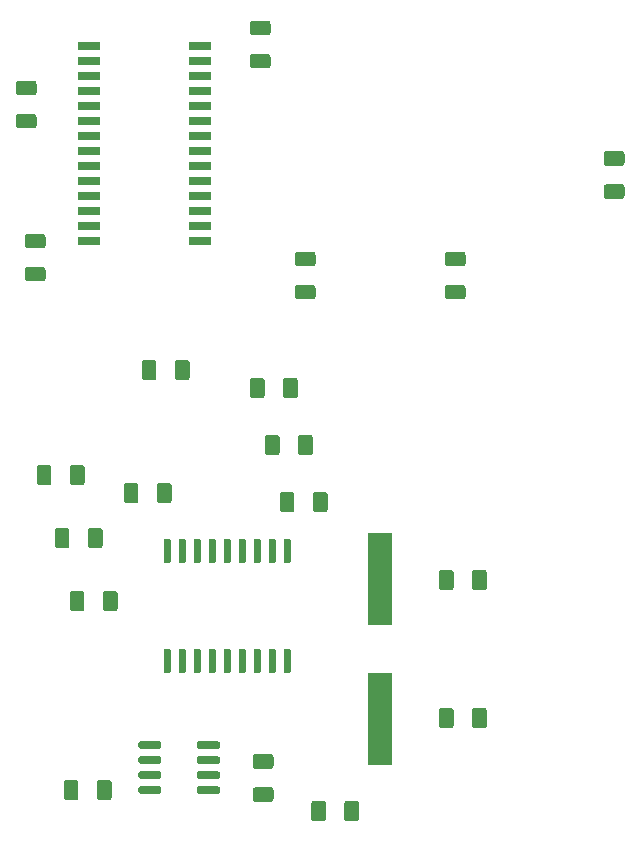
<source format=gbr>
G04 #@! TF.GenerationSoftware,KiCad,Pcbnew,(5.1.2)-2*
G04 #@! TF.CreationDate,2019-10-26T17:19:00+01:00*
G04 #@! TF.ProjectId,canbus_boiler_switch,63616e62-7573-45f6-926f-696c65725f73,rev?*
G04 #@! TF.SameCoordinates,Original*
G04 #@! TF.FileFunction,Paste,Top*
G04 #@! TF.FilePolarity,Positive*
%FSLAX46Y46*%
G04 Gerber Fmt 4.6, Leading zero omitted, Abs format (unit mm)*
G04 Created by KiCad (PCBNEW (5.1.2)-2) date 2019-10-26 17:19:00*
%MOMM*%
%LPD*%
G04 APERTURE LIST*
%ADD10R,2.000000X7.875000*%
%ADD11R,1.850000X0.650000*%
%ADD12C,0.100000*%
%ADD13C,0.600000*%
%ADD14C,1.250000*%
G04 APERTURE END LIST*
D10*
X90932000Y-187039500D03*
X90932000Y-175164500D03*
D11*
X66294000Y-146558000D03*
X66294000Y-145288000D03*
X66294000Y-144018000D03*
X66294000Y-142748000D03*
X66294000Y-141478000D03*
X66294000Y-140208000D03*
X66294000Y-138938000D03*
X66294000Y-137668000D03*
X66294000Y-136398000D03*
X66294000Y-135128000D03*
X66294000Y-133858000D03*
X66294000Y-132588000D03*
X66294000Y-131318000D03*
X66294000Y-130048000D03*
X75644000Y-130048000D03*
X75644000Y-131318000D03*
X75644000Y-132588000D03*
X75644000Y-133858000D03*
X75644000Y-135128000D03*
X75644000Y-136398000D03*
X75644000Y-137668000D03*
X75644000Y-138938000D03*
X75644000Y-140208000D03*
X75644000Y-141478000D03*
X75644000Y-142748000D03*
X75644000Y-144018000D03*
X75644000Y-145288000D03*
X75644000Y-146558000D03*
D12*
G36*
X72278703Y-192740722D02*
G01*
X72293264Y-192742882D01*
X72307543Y-192746459D01*
X72321403Y-192751418D01*
X72334710Y-192757712D01*
X72347336Y-192765280D01*
X72359159Y-192774048D01*
X72370066Y-192783934D01*
X72379952Y-192794841D01*
X72388720Y-192806664D01*
X72396288Y-192819290D01*
X72402582Y-192832597D01*
X72407541Y-192846457D01*
X72411118Y-192860736D01*
X72413278Y-192875297D01*
X72414000Y-192890000D01*
X72414000Y-193190000D01*
X72413278Y-193204703D01*
X72411118Y-193219264D01*
X72407541Y-193233543D01*
X72402582Y-193247403D01*
X72396288Y-193260710D01*
X72388720Y-193273336D01*
X72379952Y-193285159D01*
X72370066Y-193296066D01*
X72359159Y-193305952D01*
X72347336Y-193314720D01*
X72334710Y-193322288D01*
X72321403Y-193328582D01*
X72307543Y-193333541D01*
X72293264Y-193337118D01*
X72278703Y-193339278D01*
X72264000Y-193340000D01*
X70614000Y-193340000D01*
X70599297Y-193339278D01*
X70584736Y-193337118D01*
X70570457Y-193333541D01*
X70556597Y-193328582D01*
X70543290Y-193322288D01*
X70530664Y-193314720D01*
X70518841Y-193305952D01*
X70507934Y-193296066D01*
X70498048Y-193285159D01*
X70489280Y-193273336D01*
X70481712Y-193260710D01*
X70475418Y-193247403D01*
X70470459Y-193233543D01*
X70466882Y-193219264D01*
X70464722Y-193204703D01*
X70464000Y-193190000D01*
X70464000Y-192890000D01*
X70464722Y-192875297D01*
X70466882Y-192860736D01*
X70470459Y-192846457D01*
X70475418Y-192832597D01*
X70481712Y-192819290D01*
X70489280Y-192806664D01*
X70498048Y-192794841D01*
X70507934Y-192783934D01*
X70518841Y-192774048D01*
X70530664Y-192765280D01*
X70543290Y-192757712D01*
X70556597Y-192751418D01*
X70570457Y-192746459D01*
X70584736Y-192742882D01*
X70599297Y-192740722D01*
X70614000Y-192740000D01*
X72264000Y-192740000D01*
X72278703Y-192740722D01*
X72278703Y-192740722D01*
G37*
D13*
X71439000Y-193040000D03*
D12*
G36*
X72278703Y-191470722D02*
G01*
X72293264Y-191472882D01*
X72307543Y-191476459D01*
X72321403Y-191481418D01*
X72334710Y-191487712D01*
X72347336Y-191495280D01*
X72359159Y-191504048D01*
X72370066Y-191513934D01*
X72379952Y-191524841D01*
X72388720Y-191536664D01*
X72396288Y-191549290D01*
X72402582Y-191562597D01*
X72407541Y-191576457D01*
X72411118Y-191590736D01*
X72413278Y-191605297D01*
X72414000Y-191620000D01*
X72414000Y-191920000D01*
X72413278Y-191934703D01*
X72411118Y-191949264D01*
X72407541Y-191963543D01*
X72402582Y-191977403D01*
X72396288Y-191990710D01*
X72388720Y-192003336D01*
X72379952Y-192015159D01*
X72370066Y-192026066D01*
X72359159Y-192035952D01*
X72347336Y-192044720D01*
X72334710Y-192052288D01*
X72321403Y-192058582D01*
X72307543Y-192063541D01*
X72293264Y-192067118D01*
X72278703Y-192069278D01*
X72264000Y-192070000D01*
X70614000Y-192070000D01*
X70599297Y-192069278D01*
X70584736Y-192067118D01*
X70570457Y-192063541D01*
X70556597Y-192058582D01*
X70543290Y-192052288D01*
X70530664Y-192044720D01*
X70518841Y-192035952D01*
X70507934Y-192026066D01*
X70498048Y-192015159D01*
X70489280Y-192003336D01*
X70481712Y-191990710D01*
X70475418Y-191977403D01*
X70470459Y-191963543D01*
X70466882Y-191949264D01*
X70464722Y-191934703D01*
X70464000Y-191920000D01*
X70464000Y-191620000D01*
X70464722Y-191605297D01*
X70466882Y-191590736D01*
X70470459Y-191576457D01*
X70475418Y-191562597D01*
X70481712Y-191549290D01*
X70489280Y-191536664D01*
X70498048Y-191524841D01*
X70507934Y-191513934D01*
X70518841Y-191504048D01*
X70530664Y-191495280D01*
X70543290Y-191487712D01*
X70556597Y-191481418D01*
X70570457Y-191476459D01*
X70584736Y-191472882D01*
X70599297Y-191470722D01*
X70614000Y-191470000D01*
X72264000Y-191470000D01*
X72278703Y-191470722D01*
X72278703Y-191470722D01*
G37*
D13*
X71439000Y-191770000D03*
D12*
G36*
X72278703Y-190200722D02*
G01*
X72293264Y-190202882D01*
X72307543Y-190206459D01*
X72321403Y-190211418D01*
X72334710Y-190217712D01*
X72347336Y-190225280D01*
X72359159Y-190234048D01*
X72370066Y-190243934D01*
X72379952Y-190254841D01*
X72388720Y-190266664D01*
X72396288Y-190279290D01*
X72402582Y-190292597D01*
X72407541Y-190306457D01*
X72411118Y-190320736D01*
X72413278Y-190335297D01*
X72414000Y-190350000D01*
X72414000Y-190650000D01*
X72413278Y-190664703D01*
X72411118Y-190679264D01*
X72407541Y-190693543D01*
X72402582Y-190707403D01*
X72396288Y-190720710D01*
X72388720Y-190733336D01*
X72379952Y-190745159D01*
X72370066Y-190756066D01*
X72359159Y-190765952D01*
X72347336Y-190774720D01*
X72334710Y-190782288D01*
X72321403Y-190788582D01*
X72307543Y-190793541D01*
X72293264Y-190797118D01*
X72278703Y-190799278D01*
X72264000Y-190800000D01*
X70614000Y-190800000D01*
X70599297Y-190799278D01*
X70584736Y-190797118D01*
X70570457Y-190793541D01*
X70556597Y-190788582D01*
X70543290Y-190782288D01*
X70530664Y-190774720D01*
X70518841Y-190765952D01*
X70507934Y-190756066D01*
X70498048Y-190745159D01*
X70489280Y-190733336D01*
X70481712Y-190720710D01*
X70475418Y-190707403D01*
X70470459Y-190693543D01*
X70466882Y-190679264D01*
X70464722Y-190664703D01*
X70464000Y-190650000D01*
X70464000Y-190350000D01*
X70464722Y-190335297D01*
X70466882Y-190320736D01*
X70470459Y-190306457D01*
X70475418Y-190292597D01*
X70481712Y-190279290D01*
X70489280Y-190266664D01*
X70498048Y-190254841D01*
X70507934Y-190243934D01*
X70518841Y-190234048D01*
X70530664Y-190225280D01*
X70543290Y-190217712D01*
X70556597Y-190211418D01*
X70570457Y-190206459D01*
X70584736Y-190202882D01*
X70599297Y-190200722D01*
X70614000Y-190200000D01*
X72264000Y-190200000D01*
X72278703Y-190200722D01*
X72278703Y-190200722D01*
G37*
D13*
X71439000Y-190500000D03*
D12*
G36*
X72278703Y-188930722D02*
G01*
X72293264Y-188932882D01*
X72307543Y-188936459D01*
X72321403Y-188941418D01*
X72334710Y-188947712D01*
X72347336Y-188955280D01*
X72359159Y-188964048D01*
X72370066Y-188973934D01*
X72379952Y-188984841D01*
X72388720Y-188996664D01*
X72396288Y-189009290D01*
X72402582Y-189022597D01*
X72407541Y-189036457D01*
X72411118Y-189050736D01*
X72413278Y-189065297D01*
X72414000Y-189080000D01*
X72414000Y-189380000D01*
X72413278Y-189394703D01*
X72411118Y-189409264D01*
X72407541Y-189423543D01*
X72402582Y-189437403D01*
X72396288Y-189450710D01*
X72388720Y-189463336D01*
X72379952Y-189475159D01*
X72370066Y-189486066D01*
X72359159Y-189495952D01*
X72347336Y-189504720D01*
X72334710Y-189512288D01*
X72321403Y-189518582D01*
X72307543Y-189523541D01*
X72293264Y-189527118D01*
X72278703Y-189529278D01*
X72264000Y-189530000D01*
X70614000Y-189530000D01*
X70599297Y-189529278D01*
X70584736Y-189527118D01*
X70570457Y-189523541D01*
X70556597Y-189518582D01*
X70543290Y-189512288D01*
X70530664Y-189504720D01*
X70518841Y-189495952D01*
X70507934Y-189486066D01*
X70498048Y-189475159D01*
X70489280Y-189463336D01*
X70481712Y-189450710D01*
X70475418Y-189437403D01*
X70470459Y-189423543D01*
X70466882Y-189409264D01*
X70464722Y-189394703D01*
X70464000Y-189380000D01*
X70464000Y-189080000D01*
X70464722Y-189065297D01*
X70466882Y-189050736D01*
X70470459Y-189036457D01*
X70475418Y-189022597D01*
X70481712Y-189009290D01*
X70489280Y-188996664D01*
X70498048Y-188984841D01*
X70507934Y-188973934D01*
X70518841Y-188964048D01*
X70530664Y-188955280D01*
X70543290Y-188947712D01*
X70556597Y-188941418D01*
X70570457Y-188936459D01*
X70584736Y-188932882D01*
X70599297Y-188930722D01*
X70614000Y-188930000D01*
X72264000Y-188930000D01*
X72278703Y-188930722D01*
X72278703Y-188930722D01*
G37*
D13*
X71439000Y-189230000D03*
D12*
G36*
X77228703Y-188930722D02*
G01*
X77243264Y-188932882D01*
X77257543Y-188936459D01*
X77271403Y-188941418D01*
X77284710Y-188947712D01*
X77297336Y-188955280D01*
X77309159Y-188964048D01*
X77320066Y-188973934D01*
X77329952Y-188984841D01*
X77338720Y-188996664D01*
X77346288Y-189009290D01*
X77352582Y-189022597D01*
X77357541Y-189036457D01*
X77361118Y-189050736D01*
X77363278Y-189065297D01*
X77364000Y-189080000D01*
X77364000Y-189380000D01*
X77363278Y-189394703D01*
X77361118Y-189409264D01*
X77357541Y-189423543D01*
X77352582Y-189437403D01*
X77346288Y-189450710D01*
X77338720Y-189463336D01*
X77329952Y-189475159D01*
X77320066Y-189486066D01*
X77309159Y-189495952D01*
X77297336Y-189504720D01*
X77284710Y-189512288D01*
X77271403Y-189518582D01*
X77257543Y-189523541D01*
X77243264Y-189527118D01*
X77228703Y-189529278D01*
X77214000Y-189530000D01*
X75564000Y-189530000D01*
X75549297Y-189529278D01*
X75534736Y-189527118D01*
X75520457Y-189523541D01*
X75506597Y-189518582D01*
X75493290Y-189512288D01*
X75480664Y-189504720D01*
X75468841Y-189495952D01*
X75457934Y-189486066D01*
X75448048Y-189475159D01*
X75439280Y-189463336D01*
X75431712Y-189450710D01*
X75425418Y-189437403D01*
X75420459Y-189423543D01*
X75416882Y-189409264D01*
X75414722Y-189394703D01*
X75414000Y-189380000D01*
X75414000Y-189080000D01*
X75414722Y-189065297D01*
X75416882Y-189050736D01*
X75420459Y-189036457D01*
X75425418Y-189022597D01*
X75431712Y-189009290D01*
X75439280Y-188996664D01*
X75448048Y-188984841D01*
X75457934Y-188973934D01*
X75468841Y-188964048D01*
X75480664Y-188955280D01*
X75493290Y-188947712D01*
X75506597Y-188941418D01*
X75520457Y-188936459D01*
X75534736Y-188932882D01*
X75549297Y-188930722D01*
X75564000Y-188930000D01*
X77214000Y-188930000D01*
X77228703Y-188930722D01*
X77228703Y-188930722D01*
G37*
D13*
X76389000Y-189230000D03*
D12*
G36*
X77228703Y-190200722D02*
G01*
X77243264Y-190202882D01*
X77257543Y-190206459D01*
X77271403Y-190211418D01*
X77284710Y-190217712D01*
X77297336Y-190225280D01*
X77309159Y-190234048D01*
X77320066Y-190243934D01*
X77329952Y-190254841D01*
X77338720Y-190266664D01*
X77346288Y-190279290D01*
X77352582Y-190292597D01*
X77357541Y-190306457D01*
X77361118Y-190320736D01*
X77363278Y-190335297D01*
X77364000Y-190350000D01*
X77364000Y-190650000D01*
X77363278Y-190664703D01*
X77361118Y-190679264D01*
X77357541Y-190693543D01*
X77352582Y-190707403D01*
X77346288Y-190720710D01*
X77338720Y-190733336D01*
X77329952Y-190745159D01*
X77320066Y-190756066D01*
X77309159Y-190765952D01*
X77297336Y-190774720D01*
X77284710Y-190782288D01*
X77271403Y-190788582D01*
X77257543Y-190793541D01*
X77243264Y-190797118D01*
X77228703Y-190799278D01*
X77214000Y-190800000D01*
X75564000Y-190800000D01*
X75549297Y-190799278D01*
X75534736Y-190797118D01*
X75520457Y-190793541D01*
X75506597Y-190788582D01*
X75493290Y-190782288D01*
X75480664Y-190774720D01*
X75468841Y-190765952D01*
X75457934Y-190756066D01*
X75448048Y-190745159D01*
X75439280Y-190733336D01*
X75431712Y-190720710D01*
X75425418Y-190707403D01*
X75420459Y-190693543D01*
X75416882Y-190679264D01*
X75414722Y-190664703D01*
X75414000Y-190650000D01*
X75414000Y-190350000D01*
X75414722Y-190335297D01*
X75416882Y-190320736D01*
X75420459Y-190306457D01*
X75425418Y-190292597D01*
X75431712Y-190279290D01*
X75439280Y-190266664D01*
X75448048Y-190254841D01*
X75457934Y-190243934D01*
X75468841Y-190234048D01*
X75480664Y-190225280D01*
X75493290Y-190217712D01*
X75506597Y-190211418D01*
X75520457Y-190206459D01*
X75534736Y-190202882D01*
X75549297Y-190200722D01*
X75564000Y-190200000D01*
X77214000Y-190200000D01*
X77228703Y-190200722D01*
X77228703Y-190200722D01*
G37*
D13*
X76389000Y-190500000D03*
D12*
G36*
X77228703Y-191470722D02*
G01*
X77243264Y-191472882D01*
X77257543Y-191476459D01*
X77271403Y-191481418D01*
X77284710Y-191487712D01*
X77297336Y-191495280D01*
X77309159Y-191504048D01*
X77320066Y-191513934D01*
X77329952Y-191524841D01*
X77338720Y-191536664D01*
X77346288Y-191549290D01*
X77352582Y-191562597D01*
X77357541Y-191576457D01*
X77361118Y-191590736D01*
X77363278Y-191605297D01*
X77364000Y-191620000D01*
X77364000Y-191920000D01*
X77363278Y-191934703D01*
X77361118Y-191949264D01*
X77357541Y-191963543D01*
X77352582Y-191977403D01*
X77346288Y-191990710D01*
X77338720Y-192003336D01*
X77329952Y-192015159D01*
X77320066Y-192026066D01*
X77309159Y-192035952D01*
X77297336Y-192044720D01*
X77284710Y-192052288D01*
X77271403Y-192058582D01*
X77257543Y-192063541D01*
X77243264Y-192067118D01*
X77228703Y-192069278D01*
X77214000Y-192070000D01*
X75564000Y-192070000D01*
X75549297Y-192069278D01*
X75534736Y-192067118D01*
X75520457Y-192063541D01*
X75506597Y-192058582D01*
X75493290Y-192052288D01*
X75480664Y-192044720D01*
X75468841Y-192035952D01*
X75457934Y-192026066D01*
X75448048Y-192015159D01*
X75439280Y-192003336D01*
X75431712Y-191990710D01*
X75425418Y-191977403D01*
X75420459Y-191963543D01*
X75416882Y-191949264D01*
X75414722Y-191934703D01*
X75414000Y-191920000D01*
X75414000Y-191620000D01*
X75414722Y-191605297D01*
X75416882Y-191590736D01*
X75420459Y-191576457D01*
X75425418Y-191562597D01*
X75431712Y-191549290D01*
X75439280Y-191536664D01*
X75448048Y-191524841D01*
X75457934Y-191513934D01*
X75468841Y-191504048D01*
X75480664Y-191495280D01*
X75493290Y-191487712D01*
X75506597Y-191481418D01*
X75520457Y-191476459D01*
X75534736Y-191472882D01*
X75549297Y-191470722D01*
X75564000Y-191470000D01*
X77214000Y-191470000D01*
X77228703Y-191470722D01*
X77228703Y-191470722D01*
G37*
D13*
X76389000Y-191770000D03*
D12*
G36*
X77228703Y-192740722D02*
G01*
X77243264Y-192742882D01*
X77257543Y-192746459D01*
X77271403Y-192751418D01*
X77284710Y-192757712D01*
X77297336Y-192765280D01*
X77309159Y-192774048D01*
X77320066Y-192783934D01*
X77329952Y-192794841D01*
X77338720Y-192806664D01*
X77346288Y-192819290D01*
X77352582Y-192832597D01*
X77357541Y-192846457D01*
X77361118Y-192860736D01*
X77363278Y-192875297D01*
X77364000Y-192890000D01*
X77364000Y-193190000D01*
X77363278Y-193204703D01*
X77361118Y-193219264D01*
X77357541Y-193233543D01*
X77352582Y-193247403D01*
X77346288Y-193260710D01*
X77338720Y-193273336D01*
X77329952Y-193285159D01*
X77320066Y-193296066D01*
X77309159Y-193305952D01*
X77297336Y-193314720D01*
X77284710Y-193322288D01*
X77271403Y-193328582D01*
X77257543Y-193333541D01*
X77243264Y-193337118D01*
X77228703Y-193339278D01*
X77214000Y-193340000D01*
X75564000Y-193340000D01*
X75549297Y-193339278D01*
X75534736Y-193337118D01*
X75520457Y-193333541D01*
X75506597Y-193328582D01*
X75493290Y-193322288D01*
X75480664Y-193314720D01*
X75468841Y-193305952D01*
X75457934Y-193296066D01*
X75448048Y-193285159D01*
X75439280Y-193273336D01*
X75431712Y-193260710D01*
X75425418Y-193247403D01*
X75420459Y-193233543D01*
X75416882Y-193219264D01*
X75414722Y-193204703D01*
X75414000Y-193190000D01*
X75414000Y-192890000D01*
X75414722Y-192875297D01*
X75416882Y-192860736D01*
X75420459Y-192846457D01*
X75425418Y-192832597D01*
X75431712Y-192819290D01*
X75439280Y-192806664D01*
X75448048Y-192794841D01*
X75457934Y-192783934D01*
X75468841Y-192774048D01*
X75480664Y-192765280D01*
X75493290Y-192757712D01*
X75506597Y-192751418D01*
X75520457Y-192746459D01*
X75534736Y-192742882D01*
X75549297Y-192740722D01*
X75564000Y-192740000D01*
X77214000Y-192740000D01*
X77228703Y-192740722D01*
X77228703Y-192740722D01*
G37*
D13*
X76389000Y-193040000D03*
D12*
G36*
X73062703Y-171793722D02*
G01*
X73077264Y-171795882D01*
X73091543Y-171799459D01*
X73105403Y-171804418D01*
X73118710Y-171810712D01*
X73131336Y-171818280D01*
X73143159Y-171827048D01*
X73154066Y-171836934D01*
X73163952Y-171847841D01*
X73172720Y-171859664D01*
X73180288Y-171872290D01*
X73186582Y-171885597D01*
X73191541Y-171899457D01*
X73195118Y-171913736D01*
X73197278Y-171928297D01*
X73198000Y-171943000D01*
X73198000Y-173693000D01*
X73197278Y-173707703D01*
X73195118Y-173722264D01*
X73191541Y-173736543D01*
X73186582Y-173750403D01*
X73180288Y-173763710D01*
X73172720Y-173776336D01*
X73163952Y-173788159D01*
X73154066Y-173799066D01*
X73143159Y-173808952D01*
X73131336Y-173817720D01*
X73118710Y-173825288D01*
X73105403Y-173831582D01*
X73091543Y-173836541D01*
X73077264Y-173840118D01*
X73062703Y-173842278D01*
X73048000Y-173843000D01*
X72748000Y-173843000D01*
X72733297Y-173842278D01*
X72718736Y-173840118D01*
X72704457Y-173836541D01*
X72690597Y-173831582D01*
X72677290Y-173825288D01*
X72664664Y-173817720D01*
X72652841Y-173808952D01*
X72641934Y-173799066D01*
X72632048Y-173788159D01*
X72623280Y-173776336D01*
X72615712Y-173763710D01*
X72609418Y-173750403D01*
X72604459Y-173736543D01*
X72600882Y-173722264D01*
X72598722Y-173707703D01*
X72598000Y-173693000D01*
X72598000Y-171943000D01*
X72598722Y-171928297D01*
X72600882Y-171913736D01*
X72604459Y-171899457D01*
X72609418Y-171885597D01*
X72615712Y-171872290D01*
X72623280Y-171859664D01*
X72632048Y-171847841D01*
X72641934Y-171836934D01*
X72652841Y-171827048D01*
X72664664Y-171818280D01*
X72677290Y-171810712D01*
X72690597Y-171804418D01*
X72704457Y-171799459D01*
X72718736Y-171795882D01*
X72733297Y-171793722D01*
X72748000Y-171793000D01*
X73048000Y-171793000D01*
X73062703Y-171793722D01*
X73062703Y-171793722D01*
G37*
D13*
X72898000Y-172818000D03*
D12*
G36*
X74332703Y-171793722D02*
G01*
X74347264Y-171795882D01*
X74361543Y-171799459D01*
X74375403Y-171804418D01*
X74388710Y-171810712D01*
X74401336Y-171818280D01*
X74413159Y-171827048D01*
X74424066Y-171836934D01*
X74433952Y-171847841D01*
X74442720Y-171859664D01*
X74450288Y-171872290D01*
X74456582Y-171885597D01*
X74461541Y-171899457D01*
X74465118Y-171913736D01*
X74467278Y-171928297D01*
X74468000Y-171943000D01*
X74468000Y-173693000D01*
X74467278Y-173707703D01*
X74465118Y-173722264D01*
X74461541Y-173736543D01*
X74456582Y-173750403D01*
X74450288Y-173763710D01*
X74442720Y-173776336D01*
X74433952Y-173788159D01*
X74424066Y-173799066D01*
X74413159Y-173808952D01*
X74401336Y-173817720D01*
X74388710Y-173825288D01*
X74375403Y-173831582D01*
X74361543Y-173836541D01*
X74347264Y-173840118D01*
X74332703Y-173842278D01*
X74318000Y-173843000D01*
X74018000Y-173843000D01*
X74003297Y-173842278D01*
X73988736Y-173840118D01*
X73974457Y-173836541D01*
X73960597Y-173831582D01*
X73947290Y-173825288D01*
X73934664Y-173817720D01*
X73922841Y-173808952D01*
X73911934Y-173799066D01*
X73902048Y-173788159D01*
X73893280Y-173776336D01*
X73885712Y-173763710D01*
X73879418Y-173750403D01*
X73874459Y-173736543D01*
X73870882Y-173722264D01*
X73868722Y-173707703D01*
X73868000Y-173693000D01*
X73868000Y-171943000D01*
X73868722Y-171928297D01*
X73870882Y-171913736D01*
X73874459Y-171899457D01*
X73879418Y-171885597D01*
X73885712Y-171872290D01*
X73893280Y-171859664D01*
X73902048Y-171847841D01*
X73911934Y-171836934D01*
X73922841Y-171827048D01*
X73934664Y-171818280D01*
X73947290Y-171810712D01*
X73960597Y-171804418D01*
X73974457Y-171799459D01*
X73988736Y-171795882D01*
X74003297Y-171793722D01*
X74018000Y-171793000D01*
X74318000Y-171793000D01*
X74332703Y-171793722D01*
X74332703Y-171793722D01*
G37*
D13*
X74168000Y-172818000D03*
D12*
G36*
X75602703Y-171793722D02*
G01*
X75617264Y-171795882D01*
X75631543Y-171799459D01*
X75645403Y-171804418D01*
X75658710Y-171810712D01*
X75671336Y-171818280D01*
X75683159Y-171827048D01*
X75694066Y-171836934D01*
X75703952Y-171847841D01*
X75712720Y-171859664D01*
X75720288Y-171872290D01*
X75726582Y-171885597D01*
X75731541Y-171899457D01*
X75735118Y-171913736D01*
X75737278Y-171928297D01*
X75738000Y-171943000D01*
X75738000Y-173693000D01*
X75737278Y-173707703D01*
X75735118Y-173722264D01*
X75731541Y-173736543D01*
X75726582Y-173750403D01*
X75720288Y-173763710D01*
X75712720Y-173776336D01*
X75703952Y-173788159D01*
X75694066Y-173799066D01*
X75683159Y-173808952D01*
X75671336Y-173817720D01*
X75658710Y-173825288D01*
X75645403Y-173831582D01*
X75631543Y-173836541D01*
X75617264Y-173840118D01*
X75602703Y-173842278D01*
X75588000Y-173843000D01*
X75288000Y-173843000D01*
X75273297Y-173842278D01*
X75258736Y-173840118D01*
X75244457Y-173836541D01*
X75230597Y-173831582D01*
X75217290Y-173825288D01*
X75204664Y-173817720D01*
X75192841Y-173808952D01*
X75181934Y-173799066D01*
X75172048Y-173788159D01*
X75163280Y-173776336D01*
X75155712Y-173763710D01*
X75149418Y-173750403D01*
X75144459Y-173736543D01*
X75140882Y-173722264D01*
X75138722Y-173707703D01*
X75138000Y-173693000D01*
X75138000Y-171943000D01*
X75138722Y-171928297D01*
X75140882Y-171913736D01*
X75144459Y-171899457D01*
X75149418Y-171885597D01*
X75155712Y-171872290D01*
X75163280Y-171859664D01*
X75172048Y-171847841D01*
X75181934Y-171836934D01*
X75192841Y-171827048D01*
X75204664Y-171818280D01*
X75217290Y-171810712D01*
X75230597Y-171804418D01*
X75244457Y-171799459D01*
X75258736Y-171795882D01*
X75273297Y-171793722D01*
X75288000Y-171793000D01*
X75588000Y-171793000D01*
X75602703Y-171793722D01*
X75602703Y-171793722D01*
G37*
D13*
X75438000Y-172818000D03*
D12*
G36*
X76872703Y-171793722D02*
G01*
X76887264Y-171795882D01*
X76901543Y-171799459D01*
X76915403Y-171804418D01*
X76928710Y-171810712D01*
X76941336Y-171818280D01*
X76953159Y-171827048D01*
X76964066Y-171836934D01*
X76973952Y-171847841D01*
X76982720Y-171859664D01*
X76990288Y-171872290D01*
X76996582Y-171885597D01*
X77001541Y-171899457D01*
X77005118Y-171913736D01*
X77007278Y-171928297D01*
X77008000Y-171943000D01*
X77008000Y-173693000D01*
X77007278Y-173707703D01*
X77005118Y-173722264D01*
X77001541Y-173736543D01*
X76996582Y-173750403D01*
X76990288Y-173763710D01*
X76982720Y-173776336D01*
X76973952Y-173788159D01*
X76964066Y-173799066D01*
X76953159Y-173808952D01*
X76941336Y-173817720D01*
X76928710Y-173825288D01*
X76915403Y-173831582D01*
X76901543Y-173836541D01*
X76887264Y-173840118D01*
X76872703Y-173842278D01*
X76858000Y-173843000D01*
X76558000Y-173843000D01*
X76543297Y-173842278D01*
X76528736Y-173840118D01*
X76514457Y-173836541D01*
X76500597Y-173831582D01*
X76487290Y-173825288D01*
X76474664Y-173817720D01*
X76462841Y-173808952D01*
X76451934Y-173799066D01*
X76442048Y-173788159D01*
X76433280Y-173776336D01*
X76425712Y-173763710D01*
X76419418Y-173750403D01*
X76414459Y-173736543D01*
X76410882Y-173722264D01*
X76408722Y-173707703D01*
X76408000Y-173693000D01*
X76408000Y-171943000D01*
X76408722Y-171928297D01*
X76410882Y-171913736D01*
X76414459Y-171899457D01*
X76419418Y-171885597D01*
X76425712Y-171872290D01*
X76433280Y-171859664D01*
X76442048Y-171847841D01*
X76451934Y-171836934D01*
X76462841Y-171827048D01*
X76474664Y-171818280D01*
X76487290Y-171810712D01*
X76500597Y-171804418D01*
X76514457Y-171799459D01*
X76528736Y-171795882D01*
X76543297Y-171793722D01*
X76558000Y-171793000D01*
X76858000Y-171793000D01*
X76872703Y-171793722D01*
X76872703Y-171793722D01*
G37*
D13*
X76708000Y-172818000D03*
D12*
G36*
X78142703Y-171793722D02*
G01*
X78157264Y-171795882D01*
X78171543Y-171799459D01*
X78185403Y-171804418D01*
X78198710Y-171810712D01*
X78211336Y-171818280D01*
X78223159Y-171827048D01*
X78234066Y-171836934D01*
X78243952Y-171847841D01*
X78252720Y-171859664D01*
X78260288Y-171872290D01*
X78266582Y-171885597D01*
X78271541Y-171899457D01*
X78275118Y-171913736D01*
X78277278Y-171928297D01*
X78278000Y-171943000D01*
X78278000Y-173693000D01*
X78277278Y-173707703D01*
X78275118Y-173722264D01*
X78271541Y-173736543D01*
X78266582Y-173750403D01*
X78260288Y-173763710D01*
X78252720Y-173776336D01*
X78243952Y-173788159D01*
X78234066Y-173799066D01*
X78223159Y-173808952D01*
X78211336Y-173817720D01*
X78198710Y-173825288D01*
X78185403Y-173831582D01*
X78171543Y-173836541D01*
X78157264Y-173840118D01*
X78142703Y-173842278D01*
X78128000Y-173843000D01*
X77828000Y-173843000D01*
X77813297Y-173842278D01*
X77798736Y-173840118D01*
X77784457Y-173836541D01*
X77770597Y-173831582D01*
X77757290Y-173825288D01*
X77744664Y-173817720D01*
X77732841Y-173808952D01*
X77721934Y-173799066D01*
X77712048Y-173788159D01*
X77703280Y-173776336D01*
X77695712Y-173763710D01*
X77689418Y-173750403D01*
X77684459Y-173736543D01*
X77680882Y-173722264D01*
X77678722Y-173707703D01*
X77678000Y-173693000D01*
X77678000Y-171943000D01*
X77678722Y-171928297D01*
X77680882Y-171913736D01*
X77684459Y-171899457D01*
X77689418Y-171885597D01*
X77695712Y-171872290D01*
X77703280Y-171859664D01*
X77712048Y-171847841D01*
X77721934Y-171836934D01*
X77732841Y-171827048D01*
X77744664Y-171818280D01*
X77757290Y-171810712D01*
X77770597Y-171804418D01*
X77784457Y-171799459D01*
X77798736Y-171795882D01*
X77813297Y-171793722D01*
X77828000Y-171793000D01*
X78128000Y-171793000D01*
X78142703Y-171793722D01*
X78142703Y-171793722D01*
G37*
D13*
X77978000Y-172818000D03*
D12*
G36*
X79412703Y-171793722D02*
G01*
X79427264Y-171795882D01*
X79441543Y-171799459D01*
X79455403Y-171804418D01*
X79468710Y-171810712D01*
X79481336Y-171818280D01*
X79493159Y-171827048D01*
X79504066Y-171836934D01*
X79513952Y-171847841D01*
X79522720Y-171859664D01*
X79530288Y-171872290D01*
X79536582Y-171885597D01*
X79541541Y-171899457D01*
X79545118Y-171913736D01*
X79547278Y-171928297D01*
X79548000Y-171943000D01*
X79548000Y-173693000D01*
X79547278Y-173707703D01*
X79545118Y-173722264D01*
X79541541Y-173736543D01*
X79536582Y-173750403D01*
X79530288Y-173763710D01*
X79522720Y-173776336D01*
X79513952Y-173788159D01*
X79504066Y-173799066D01*
X79493159Y-173808952D01*
X79481336Y-173817720D01*
X79468710Y-173825288D01*
X79455403Y-173831582D01*
X79441543Y-173836541D01*
X79427264Y-173840118D01*
X79412703Y-173842278D01*
X79398000Y-173843000D01*
X79098000Y-173843000D01*
X79083297Y-173842278D01*
X79068736Y-173840118D01*
X79054457Y-173836541D01*
X79040597Y-173831582D01*
X79027290Y-173825288D01*
X79014664Y-173817720D01*
X79002841Y-173808952D01*
X78991934Y-173799066D01*
X78982048Y-173788159D01*
X78973280Y-173776336D01*
X78965712Y-173763710D01*
X78959418Y-173750403D01*
X78954459Y-173736543D01*
X78950882Y-173722264D01*
X78948722Y-173707703D01*
X78948000Y-173693000D01*
X78948000Y-171943000D01*
X78948722Y-171928297D01*
X78950882Y-171913736D01*
X78954459Y-171899457D01*
X78959418Y-171885597D01*
X78965712Y-171872290D01*
X78973280Y-171859664D01*
X78982048Y-171847841D01*
X78991934Y-171836934D01*
X79002841Y-171827048D01*
X79014664Y-171818280D01*
X79027290Y-171810712D01*
X79040597Y-171804418D01*
X79054457Y-171799459D01*
X79068736Y-171795882D01*
X79083297Y-171793722D01*
X79098000Y-171793000D01*
X79398000Y-171793000D01*
X79412703Y-171793722D01*
X79412703Y-171793722D01*
G37*
D13*
X79248000Y-172818000D03*
D12*
G36*
X80682703Y-171793722D02*
G01*
X80697264Y-171795882D01*
X80711543Y-171799459D01*
X80725403Y-171804418D01*
X80738710Y-171810712D01*
X80751336Y-171818280D01*
X80763159Y-171827048D01*
X80774066Y-171836934D01*
X80783952Y-171847841D01*
X80792720Y-171859664D01*
X80800288Y-171872290D01*
X80806582Y-171885597D01*
X80811541Y-171899457D01*
X80815118Y-171913736D01*
X80817278Y-171928297D01*
X80818000Y-171943000D01*
X80818000Y-173693000D01*
X80817278Y-173707703D01*
X80815118Y-173722264D01*
X80811541Y-173736543D01*
X80806582Y-173750403D01*
X80800288Y-173763710D01*
X80792720Y-173776336D01*
X80783952Y-173788159D01*
X80774066Y-173799066D01*
X80763159Y-173808952D01*
X80751336Y-173817720D01*
X80738710Y-173825288D01*
X80725403Y-173831582D01*
X80711543Y-173836541D01*
X80697264Y-173840118D01*
X80682703Y-173842278D01*
X80668000Y-173843000D01*
X80368000Y-173843000D01*
X80353297Y-173842278D01*
X80338736Y-173840118D01*
X80324457Y-173836541D01*
X80310597Y-173831582D01*
X80297290Y-173825288D01*
X80284664Y-173817720D01*
X80272841Y-173808952D01*
X80261934Y-173799066D01*
X80252048Y-173788159D01*
X80243280Y-173776336D01*
X80235712Y-173763710D01*
X80229418Y-173750403D01*
X80224459Y-173736543D01*
X80220882Y-173722264D01*
X80218722Y-173707703D01*
X80218000Y-173693000D01*
X80218000Y-171943000D01*
X80218722Y-171928297D01*
X80220882Y-171913736D01*
X80224459Y-171899457D01*
X80229418Y-171885597D01*
X80235712Y-171872290D01*
X80243280Y-171859664D01*
X80252048Y-171847841D01*
X80261934Y-171836934D01*
X80272841Y-171827048D01*
X80284664Y-171818280D01*
X80297290Y-171810712D01*
X80310597Y-171804418D01*
X80324457Y-171799459D01*
X80338736Y-171795882D01*
X80353297Y-171793722D01*
X80368000Y-171793000D01*
X80668000Y-171793000D01*
X80682703Y-171793722D01*
X80682703Y-171793722D01*
G37*
D13*
X80518000Y-172818000D03*
D12*
G36*
X81952703Y-171793722D02*
G01*
X81967264Y-171795882D01*
X81981543Y-171799459D01*
X81995403Y-171804418D01*
X82008710Y-171810712D01*
X82021336Y-171818280D01*
X82033159Y-171827048D01*
X82044066Y-171836934D01*
X82053952Y-171847841D01*
X82062720Y-171859664D01*
X82070288Y-171872290D01*
X82076582Y-171885597D01*
X82081541Y-171899457D01*
X82085118Y-171913736D01*
X82087278Y-171928297D01*
X82088000Y-171943000D01*
X82088000Y-173693000D01*
X82087278Y-173707703D01*
X82085118Y-173722264D01*
X82081541Y-173736543D01*
X82076582Y-173750403D01*
X82070288Y-173763710D01*
X82062720Y-173776336D01*
X82053952Y-173788159D01*
X82044066Y-173799066D01*
X82033159Y-173808952D01*
X82021336Y-173817720D01*
X82008710Y-173825288D01*
X81995403Y-173831582D01*
X81981543Y-173836541D01*
X81967264Y-173840118D01*
X81952703Y-173842278D01*
X81938000Y-173843000D01*
X81638000Y-173843000D01*
X81623297Y-173842278D01*
X81608736Y-173840118D01*
X81594457Y-173836541D01*
X81580597Y-173831582D01*
X81567290Y-173825288D01*
X81554664Y-173817720D01*
X81542841Y-173808952D01*
X81531934Y-173799066D01*
X81522048Y-173788159D01*
X81513280Y-173776336D01*
X81505712Y-173763710D01*
X81499418Y-173750403D01*
X81494459Y-173736543D01*
X81490882Y-173722264D01*
X81488722Y-173707703D01*
X81488000Y-173693000D01*
X81488000Y-171943000D01*
X81488722Y-171928297D01*
X81490882Y-171913736D01*
X81494459Y-171899457D01*
X81499418Y-171885597D01*
X81505712Y-171872290D01*
X81513280Y-171859664D01*
X81522048Y-171847841D01*
X81531934Y-171836934D01*
X81542841Y-171827048D01*
X81554664Y-171818280D01*
X81567290Y-171810712D01*
X81580597Y-171804418D01*
X81594457Y-171799459D01*
X81608736Y-171795882D01*
X81623297Y-171793722D01*
X81638000Y-171793000D01*
X81938000Y-171793000D01*
X81952703Y-171793722D01*
X81952703Y-171793722D01*
G37*
D13*
X81788000Y-172818000D03*
D12*
G36*
X83222703Y-171793722D02*
G01*
X83237264Y-171795882D01*
X83251543Y-171799459D01*
X83265403Y-171804418D01*
X83278710Y-171810712D01*
X83291336Y-171818280D01*
X83303159Y-171827048D01*
X83314066Y-171836934D01*
X83323952Y-171847841D01*
X83332720Y-171859664D01*
X83340288Y-171872290D01*
X83346582Y-171885597D01*
X83351541Y-171899457D01*
X83355118Y-171913736D01*
X83357278Y-171928297D01*
X83358000Y-171943000D01*
X83358000Y-173693000D01*
X83357278Y-173707703D01*
X83355118Y-173722264D01*
X83351541Y-173736543D01*
X83346582Y-173750403D01*
X83340288Y-173763710D01*
X83332720Y-173776336D01*
X83323952Y-173788159D01*
X83314066Y-173799066D01*
X83303159Y-173808952D01*
X83291336Y-173817720D01*
X83278710Y-173825288D01*
X83265403Y-173831582D01*
X83251543Y-173836541D01*
X83237264Y-173840118D01*
X83222703Y-173842278D01*
X83208000Y-173843000D01*
X82908000Y-173843000D01*
X82893297Y-173842278D01*
X82878736Y-173840118D01*
X82864457Y-173836541D01*
X82850597Y-173831582D01*
X82837290Y-173825288D01*
X82824664Y-173817720D01*
X82812841Y-173808952D01*
X82801934Y-173799066D01*
X82792048Y-173788159D01*
X82783280Y-173776336D01*
X82775712Y-173763710D01*
X82769418Y-173750403D01*
X82764459Y-173736543D01*
X82760882Y-173722264D01*
X82758722Y-173707703D01*
X82758000Y-173693000D01*
X82758000Y-171943000D01*
X82758722Y-171928297D01*
X82760882Y-171913736D01*
X82764459Y-171899457D01*
X82769418Y-171885597D01*
X82775712Y-171872290D01*
X82783280Y-171859664D01*
X82792048Y-171847841D01*
X82801934Y-171836934D01*
X82812841Y-171827048D01*
X82824664Y-171818280D01*
X82837290Y-171810712D01*
X82850597Y-171804418D01*
X82864457Y-171799459D01*
X82878736Y-171795882D01*
X82893297Y-171793722D01*
X82908000Y-171793000D01*
X83208000Y-171793000D01*
X83222703Y-171793722D01*
X83222703Y-171793722D01*
G37*
D13*
X83058000Y-172818000D03*
D12*
G36*
X83222703Y-181093722D02*
G01*
X83237264Y-181095882D01*
X83251543Y-181099459D01*
X83265403Y-181104418D01*
X83278710Y-181110712D01*
X83291336Y-181118280D01*
X83303159Y-181127048D01*
X83314066Y-181136934D01*
X83323952Y-181147841D01*
X83332720Y-181159664D01*
X83340288Y-181172290D01*
X83346582Y-181185597D01*
X83351541Y-181199457D01*
X83355118Y-181213736D01*
X83357278Y-181228297D01*
X83358000Y-181243000D01*
X83358000Y-182993000D01*
X83357278Y-183007703D01*
X83355118Y-183022264D01*
X83351541Y-183036543D01*
X83346582Y-183050403D01*
X83340288Y-183063710D01*
X83332720Y-183076336D01*
X83323952Y-183088159D01*
X83314066Y-183099066D01*
X83303159Y-183108952D01*
X83291336Y-183117720D01*
X83278710Y-183125288D01*
X83265403Y-183131582D01*
X83251543Y-183136541D01*
X83237264Y-183140118D01*
X83222703Y-183142278D01*
X83208000Y-183143000D01*
X82908000Y-183143000D01*
X82893297Y-183142278D01*
X82878736Y-183140118D01*
X82864457Y-183136541D01*
X82850597Y-183131582D01*
X82837290Y-183125288D01*
X82824664Y-183117720D01*
X82812841Y-183108952D01*
X82801934Y-183099066D01*
X82792048Y-183088159D01*
X82783280Y-183076336D01*
X82775712Y-183063710D01*
X82769418Y-183050403D01*
X82764459Y-183036543D01*
X82760882Y-183022264D01*
X82758722Y-183007703D01*
X82758000Y-182993000D01*
X82758000Y-181243000D01*
X82758722Y-181228297D01*
X82760882Y-181213736D01*
X82764459Y-181199457D01*
X82769418Y-181185597D01*
X82775712Y-181172290D01*
X82783280Y-181159664D01*
X82792048Y-181147841D01*
X82801934Y-181136934D01*
X82812841Y-181127048D01*
X82824664Y-181118280D01*
X82837290Y-181110712D01*
X82850597Y-181104418D01*
X82864457Y-181099459D01*
X82878736Y-181095882D01*
X82893297Y-181093722D01*
X82908000Y-181093000D01*
X83208000Y-181093000D01*
X83222703Y-181093722D01*
X83222703Y-181093722D01*
G37*
D13*
X83058000Y-182118000D03*
D12*
G36*
X81952703Y-181093722D02*
G01*
X81967264Y-181095882D01*
X81981543Y-181099459D01*
X81995403Y-181104418D01*
X82008710Y-181110712D01*
X82021336Y-181118280D01*
X82033159Y-181127048D01*
X82044066Y-181136934D01*
X82053952Y-181147841D01*
X82062720Y-181159664D01*
X82070288Y-181172290D01*
X82076582Y-181185597D01*
X82081541Y-181199457D01*
X82085118Y-181213736D01*
X82087278Y-181228297D01*
X82088000Y-181243000D01*
X82088000Y-182993000D01*
X82087278Y-183007703D01*
X82085118Y-183022264D01*
X82081541Y-183036543D01*
X82076582Y-183050403D01*
X82070288Y-183063710D01*
X82062720Y-183076336D01*
X82053952Y-183088159D01*
X82044066Y-183099066D01*
X82033159Y-183108952D01*
X82021336Y-183117720D01*
X82008710Y-183125288D01*
X81995403Y-183131582D01*
X81981543Y-183136541D01*
X81967264Y-183140118D01*
X81952703Y-183142278D01*
X81938000Y-183143000D01*
X81638000Y-183143000D01*
X81623297Y-183142278D01*
X81608736Y-183140118D01*
X81594457Y-183136541D01*
X81580597Y-183131582D01*
X81567290Y-183125288D01*
X81554664Y-183117720D01*
X81542841Y-183108952D01*
X81531934Y-183099066D01*
X81522048Y-183088159D01*
X81513280Y-183076336D01*
X81505712Y-183063710D01*
X81499418Y-183050403D01*
X81494459Y-183036543D01*
X81490882Y-183022264D01*
X81488722Y-183007703D01*
X81488000Y-182993000D01*
X81488000Y-181243000D01*
X81488722Y-181228297D01*
X81490882Y-181213736D01*
X81494459Y-181199457D01*
X81499418Y-181185597D01*
X81505712Y-181172290D01*
X81513280Y-181159664D01*
X81522048Y-181147841D01*
X81531934Y-181136934D01*
X81542841Y-181127048D01*
X81554664Y-181118280D01*
X81567290Y-181110712D01*
X81580597Y-181104418D01*
X81594457Y-181099459D01*
X81608736Y-181095882D01*
X81623297Y-181093722D01*
X81638000Y-181093000D01*
X81938000Y-181093000D01*
X81952703Y-181093722D01*
X81952703Y-181093722D01*
G37*
D13*
X81788000Y-182118000D03*
D12*
G36*
X80682703Y-181093722D02*
G01*
X80697264Y-181095882D01*
X80711543Y-181099459D01*
X80725403Y-181104418D01*
X80738710Y-181110712D01*
X80751336Y-181118280D01*
X80763159Y-181127048D01*
X80774066Y-181136934D01*
X80783952Y-181147841D01*
X80792720Y-181159664D01*
X80800288Y-181172290D01*
X80806582Y-181185597D01*
X80811541Y-181199457D01*
X80815118Y-181213736D01*
X80817278Y-181228297D01*
X80818000Y-181243000D01*
X80818000Y-182993000D01*
X80817278Y-183007703D01*
X80815118Y-183022264D01*
X80811541Y-183036543D01*
X80806582Y-183050403D01*
X80800288Y-183063710D01*
X80792720Y-183076336D01*
X80783952Y-183088159D01*
X80774066Y-183099066D01*
X80763159Y-183108952D01*
X80751336Y-183117720D01*
X80738710Y-183125288D01*
X80725403Y-183131582D01*
X80711543Y-183136541D01*
X80697264Y-183140118D01*
X80682703Y-183142278D01*
X80668000Y-183143000D01*
X80368000Y-183143000D01*
X80353297Y-183142278D01*
X80338736Y-183140118D01*
X80324457Y-183136541D01*
X80310597Y-183131582D01*
X80297290Y-183125288D01*
X80284664Y-183117720D01*
X80272841Y-183108952D01*
X80261934Y-183099066D01*
X80252048Y-183088159D01*
X80243280Y-183076336D01*
X80235712Y-183063710D01*
X80229418Y-183050403D01*
X80224459Y-183036543D01*
X80220882Y-183022264D01*
X80218722Y-183007703D01*
X80218000Y-182993000D01*
X80218000Y-181243000D01*
X80218722Y-181228297D01*
X80220882Y-181213736D01*
X80224459Y-181199457D01*
X80229418Y-181185597D01*
X80235712Y-181172290D01*
X80243280Y-181159664D01*
X80252048Y-181147841D01*
X80261934Y-181136934D01*
X80272841Y-181127048D01*
X80284664Y-181118280D01*
X80297290Y-181110712D01*
X80310597Y-181104418D01*
X80324457Y-181099459D01*
X80338736Y-181095882D01*
X80353297Y-181093722D01*
X80368000Y-181093000D01*
X80668000Y-181093000D01*
X80682703Y-181093722D01*
X80682703Y-181093722D01*
G37*
D13*
X80518000Y-182118000D03*
D12*
G36*
X79412703Y-181093722D02*
G01*
X79427264Y-181095882D01*
X79441543Y-181099459D01*
X79455403Y-181104418D01*
X79468710Y-181110712D01*
X79481336Y-181118280D01*
X79493159Y-181127048D01*
X79504066Y-181136934D01*
X79513952Y-181147841D01*
X79522720Y-181159664D01*
X79530288Y-181172290D01*
X79536582Y-181185597D01*
X79541541Y-181199457D01*
X79545118Y-181213736D01*
X79547278Y-181228297D01*
X79548000Y-181243000D01*
X79548000Y-182993000D01*
X79547278Y-183007703D01*
X79545118Y-183022264D01*
X79541541Y-183036543D01*
X79536582Y-183050403D01*
X79530288Y-183063710D01*
X79522720Y-183076336D01*
X79513952Y-183088159D01*
X79504066Y-183099066D01*
X79493159Y-183108952D01*
X79481336Y-183117720D01*
X79468710Y-183125288D01*
X79455403Y-183131582D01*
X79441543Y-183136541D01*
X79427264Y-183140118D01*
X79412703Y-183142278D01*
X79398000Y-183143000D01*
X79098000Y-183143000D01*
X79083297Y-183142278D01*
X79068736Y-183140118D01*
X79054457Y-183136541D01*
X79040597Y-183131582D01*
X79027290Y-183125288D01*
X79014664Y-183117720D01*
X79002841Y-183108952D01*
X78991934Y-183099066D01*
X78982048Y-183088159D01*
X78973280Y-183076336D01*
X78965712Y-183063710D01*
X78959418Y-183050403D01*
X78954459Y-183036543D01*
X78950882Y-183022264D01*
X78948722Y-183007703D01*
X78948000Y-182993000D01*
X78948000Y-181243000D01*
X78948722Y-181228297D01*
X78950882Y-181213736D01*
X78954459Y-181199457D01*
X78959418Y-181185597D01*
X78965712Y-181172290D01*
X78973280Y-181159664D01*
X78982048Y-181147841D01*
X78991934Y-181136934D01*
X79002841Y-181127048D01*
X79014664Y-181118280D01*
X79027290Y-181110712D01*
X79040597Y-181104418D01*
X79054457Y-181099459D01*
X79068736Y-181095882D01*
X79083297Y-181093722D01*
X79098000Y-181093000D01*
X79398000Y-181093000D01*
X79412703Y-181093722D01*
X79412703Y-181093722D01*
G37*
D13*
X79248000Y-182118000D03*
D12*
G36*
X78142703Y-181093722D02*
G01*
X78157264Y-181095882D01*
X78171543Y-181099459D01*
X78185403Y-181104418D01*
X78198710Y-181110712D01*
X78211336Y-181118280D01*
X78223159Y-181127048D01*
X78234066Y-181136934D01*
X78243952Y-181147841D01*
X78252720Y-181159664D01*
X78260288Y-181172290D01*
X78266582Y-181185597D01*
X78271541Y-181199457D01*
X78275118Y-181213736D01*
X78277278Y-181228297D01*
X78278000Y-181243000D01*
X78278000Y-182993000D01*
X78277278Y-183007703D01*
X78275118Y-183022264D01*
X78271541Y-183036543D01*
X78266582Y-183050403D01*
X78260288Y-183063710D01*
X78252720Y-183076336D01*
X78243952Y-183088159D01*
X78234066Y-183099066D01*
X78223159Y-183108952D01*
X78211336Y-183117720D01*
X78198710Y-183125288D01*
X78185403Y-183131582D01*
X78171543Y-183136541D01*
X78157264Y-183140118D01*
X78142703Y-183142278D01*
X78128000Y-183143000D01*
X77828000Y-183143000D01*
X77813297Y-183142278D01*
X77798736Y-183140118D01*
X77784457Y-183136541D01*
X77770597Y-183131582D01*
X77757290Y-183125288D01*
X77744664Y-183117720D01*
X77732841Y-183108952D01*
X77721934Y-183099066D01*
X77712048Y-183088159D01*
X77703280Y-183076336D01*
X77695712Y-183063710D01*
X77689418Y-183050403D01*
X77684459Y-183036543D01*
X77680882Y-183022264D01*
X77678722Y-183007703D01*
X77678000Y-182993000D01*
X77678000Y-181243000D01*
X77678722Y-181228297D01*
X77680882Y-181213736D01*
X77684459Y-181199457D01*
X77689418Y-181185597D01*
X77695712Y-181172290D01*
X77703280Y-181159664D01*
X77712048Y-181147841D01*
X77721934Y-181136934D01*
X77732841Y-181127048D01*
X77744664Y-181118280D01*
X77757290Y-181110712D01*
X77770597Y-181104418D01*
X77784457Y-181099459D01*
X77798736Y-181095882D01*
X77813297Y-181093722D01*
X77828000Y-181093000D01*
X78128000Y-181093000D01*
X78142703Y-181093722D01*
X78142703Y-181093722D01*
G37*
D13*
X77978000Y-182118000D03*
D12*
G36*
X76872703Y-181093722D02*
G01*
X76887264Y-181095882D01*
X76901543Y-181099459D01*
X76915403Y-181104418D01*
X76928710Y-181110712D01*
X76941336Y-181118280D01*
X76953159Y-181127048D01*
X76964066Y-181136934D01*
X76973952Y-181147841D01*
X76982720Y-181159664D01*
X76990288Y-181172290D01*
X76996582Y-181185597D01*
X77001541Y-181199457D01*
X77005118Y-181213736D01*
X77007278Y-181228297D01*
X77008000Y-181243000D01*
X77008000Y-182993000D01*
X77007278Y-183007703D01*
X77005118Y-183022264D01*
X77001541Y-183036543D01*
X76996582Y-183050403D01*
X76990288Y-183063710D01*
X76982720Y-183076336D01*
X76973952Y-183088159D01*
X76964066Y-183099066D01*
X76953159Y-183108952D01*
X76941336Y-183117720D01*
X76928710Y-183125288D01*
X76915403Y-183131582D01*
X76901543Y-183136541D01*
X76887264Y-183140118D01*
X76872703Y-183142278D01*
X76858000Y-183143000D01*
X76558000Y-183143000D01*
X76543297Y-183142278D01*
X76528736Y-183140118D01*
X76514457Y-183136541D01*
X76500597Y-183131582D01*
X76487290Y-183125288D01*
X76474664Y-183117720D01*
X76462841Y-183108952D01*
X76451934Y-183099066D01*
X76442048Y-183088159D01*
X76433280Y-183076336D01*
X76425712Y-183063710D01*
X76419418Y-183050403D01*
X76414459Y-183036543D01*
X76410882Y-183022264D01*
X76408722Y-183007703D01*
X76408000Y-182993000D01*
X76408000Y-181243000D01*
X76408722Y-181228297D01*
X76410882Y-181213736D01*
X76414459Y-181199457D01*
X76419418Y-181185597D01*
X76425712Y-181172290D01*
X76433280Y-181159664D01*
X76442048Y-181147841D01*
X76451934Y-181136934D01*
X76462841Y-181127048D01*
X76474664Y-181118280D01*
X76487290Y-181110712D01*
X76500597Y-181104418D01*
X76514457Y-181099459D01*
X76528736Y-181095882D01*
X76543297Y-181093722D01*
X76558000Y-181093000D01*
X76858000Y-181093000D01*
X76872703Y-181093722D01*
X76872703Y-181093722D01*
G37*
D13*
X76708000Y-182118000D03*
D12*
G36*
X75602703Y-181093722D02*
G01*
X75617264Y-181095882D01*
X75631543Y-181099459D01*
X75645403Y-181104418D01*
X75658710Y-181110712D01*
X75671336Y-181118280D01*
X75683159Y-181127048D01*
X75694066Y-181136934D01*
X75703952Y-181147841D01*
X75712720Y-181159664D01*
X75720288Y-181172290D01*
X75726582Y-181185597D01*
X75731541Y-181199457D01*
X75735118Y-181213736D01*
X75737278Y-181228297D01*
X75738000Y-181243000D01*
X75738000Y-182993000D01*
X75737278Y-183007703D01*
X75735118Y-183022264D01*
X75731541Y-183036543D01*
X75726582Y-183050403D01*
X75720288Y-183063710D01*
X75712720Y-183076336D01*
X75703952Y-183088159D01*
X75694066Y-183099066D01*
X75683159Y-183108952D01*
X75671336Y-183117720D01*
X75658710Y-183125288D01*
X75645403Y-183131582D01*
X75631543Y-183136541D01*
X75617264Y-183140118D01*
X75602703Y-183142278D01*
X75588000Y-183143000D01*
X75288000Y-183143000D01*
X75273297Y-183142278D01*
X75258736Y-183140118D01*
X75244457Y-183136541D01*
X75230597Y-183131582D01*
X75217290Y-183125288D01*
X75204664Y-183117720D01*
X75192841Y-183108952D01*
X75181934Y-183099066D01*
X75172048Y-183088159D01*
X75163280Y-183076336D01*
X75155712Y-183063710D01*
X75149418Y-183050403D01*
X75144459Y-183036543D01*
X75140882Y-183022264D01*
X75138722Y-183007703D01*
X75138000Y-182993000D01*
X75138000Y-181243000D01*
X75138722Y-181228297D01*
X75140882Y-181213736D01*
X75144459Y-181199457D01*
X75149418Y-181185597D01*
X75155712Y-181172290D01*
X75163280Y-181159664D01*
X75172048Y-181147841D01*
X75181934Y-181136934D01*
X75192841Y-181127048D01*
X75204664Y-181118280D01*
X75217290Y-181110712D01*
X75230597Y-181104418D01*
X75244457Y-181099459D01*
X75258736Y-181095882D01*
X75273297Y-181093722D01*
X75288000Y-181093000D01*
X75588000Y-181093000D01*
X75602703Y-181093722D01*
X75602703Y-181093722D01*
G37*
D13*
X75438000Y-182118000D03*
D12*
G36*
X74332703Y-181093722D02*
G01*
X74347264Y-181095882D01*
X74361543Y-181099459D01*
X74375403Y-181104418D01*
X74388710Y-181110712D01*
X74401336Y-181118280D01*
X74413159Y-181127048D01*
X74424066Y-181136934D01*
X74433952Y-181147841D01*
X74442720Y-181159664D01*
X74450288Y-181172290D01*
X74456582Y-181185597D01*
X74461541Y-181199457D01*
X74465118Y-181213736D01*
X74467278Y-181228297D01*
X74468000Y-181243000D01*
X74468000Y-182993000D01*
X74467278Y-183007703D01*
X74465118Y-183022264D01*
X74461541Y-183036543D01*
X74456582Y-183050403D01*
X74450288Y-183063710D01*
X74442720Y-183076336D01*
X74433952Y-183088159D01*
X74424066Y-183099066D01*
X74413159Y-183108952D01*
X74401336Y-183117720D01*
X74388710Y-183125288D01*
X74375403Y-183131582D01*
X74361543Y-183136541D01*
X74347264Y-183140118D01*
X74332703Y-183142278D01*
X74318000Y-183143000D01*
X74018000Y-183143000D01*
X74003297Y-183142278D01*
X73988736Y-183140118D01*
X73974457Y-183136541D01*
X73960597Y-183131582D01*
X73947290Y-183125288D01*
X73934664Y-183117720D01*
X73922841Y-183108952D01*
X73911934Y-183099066D01*
X73902048Y-183088159D01*
X73893280Y-183076336D01*
X73885712Y-183063710D01*
X73879418Y-183050403D01*
X73874459Y-183036543D01*
X73870882Y-183022264D01*
X73868722Y-183007703D01*
X73868000Y-182993000D01*
X73868000Y-181243000D01*
X73868722Y-181228297D01*
X73870882Y-181213736D01*
X73874459Y-181199457D01*
X73879418Y-181185597D01*
X73885712Y-181172290D01*
X73893280Y-181159664D01*
X73902048Y-181147841D01*
X73911934Y-181136934D01*
X73922841Y-181127048D01*
X73934664Y-181118280D01*
X73947290Y-181110712D01*
X73960597Y-181104418D01*
X73974457Y-181099459D01*
X73988736Y-181095882D01*
X74003297Y-181093722D01*
X74018000Y-181093000D01*
X74318000Y-181093000D01*
X74332703Y-181093722D01*
X74332703Y-181093722D01*
G37*
D13*
X74168000Y-182118000D03*
D12*
G36*
X73062703Y-181093722D02*
G01*
X73077264Y-181095882D01*
X73091543Y-181099459D01*
X73105403Y-181104418D01*
X73118710Y-181110712D01*
X73131336Y-181118280D01*
X73143159Y-181127048D01*
X73154066Y-181136934D01*
X73163952Y-181147841D01*
X73172720Y-181159664D01*
X73180288Y-181172290D01*
X73186582Y-181185597D01*
X73191541Y-181199457D01*
X73195118Y-181213736D01*
X73197278Y-181228297D01*
X73198000Y-181243000D01*
X73198000Y-182993000D01*
X73197278Y-183007703D01*
X73195118Y-183022264D01*
X73191541Y-183036543D01*
X73186582Y-183050403D01*
X73180288Y-183063710D01*
X73172720Y-183076336D01*
X73163952Y-183088159D01*
X73154066Y-183099066D01*
X73143159Y-183108952D01*
X73131336Y-183117720D01*
X73118710Y-183125288D01*
X73105403Y-183131582D01*
X73091543Y-183136541D01*
X73077264Y-183140118D01*
X73062703Y-183142278D01*
X73048000Y-183143000D01*
X72748000Y-183143000D01*
X72733297Y-183142278D01*
X72718736Y-183140118D01*
X72704457Y-183136541D01*
X72690597Y-183131582D01*
X72677290Y-183125288D01*
X72664664Y-183117720D01*
X72652841Y-183108952D01*
X72641934Y-183099066D01*
X72632048Y-183088159D01*
X72623280Y-183076336D01*
X72615712Y-183063710D01*
X72609418Y-183050403D01*
X72604459Y-183036543D01*
X72600882Y-183022264D01*
X72598722Y-183007703D01*
X72598000Y-182993000D01*
X72598000Y-181243000D01*
X72598722Y-181228297D01*
X72600882Y-181213736D01*
X72604459Y-181199457D01*
X72609418Y-181185597D01*
X72615712Y-181172290D01*
X72623280Y-181159664D01*
X72632048Y-181147841D01*
X72641934Y-181136934D01*
X72652841Y-181127048D01*
X72664664Y-181118280D01*
X72677290Y-181110712D01*
X72690597Y-181104418D01*
X72704457Y-181099459D01*
X72718736Y-181095882D01*
X72733297Y-181093722D01*
X72748000Y-181093000D01*
X73048000Y-181093000D01*
X73062703Y-181093722D01*
X73062703Y-181093722D01*
G37*
D13*
X72898000Y-182118000D03*
D12*
G36*
X85231504Y-150252204D02*
G01*
X85255773Y-150255804D01*
X85279571Y-150261765D01*
X85302671Y-150270030D01*
X85324849Y-150280520D01*
X85345893Y-150293133D01*
X85365598Y-150307747D01*
X85383777Y-150324223D01*
X85400253Y-150342402D01*
X85414867Y-150362107D01*
X85427480Y-150383151D01*
X85437970Y-150405329D01*
X85446235Y-150428429D01*
X85452196Y-150452227D01*
X85455796Y-150476496D01*
X85457000Y-150501000D01*
X85457000Y-151251000D01*
X85455796Y-151275504D01*
X85452196Y-151299773D01*
X85446235Y-151323571D01*
X85437970Y-151346671D01*
X85427480Y-151368849D01*
X85414867Y-151389893D01*
X85400253Y-151409598D01*
X85383777Y-151427777D01*
X85365598Y-151444253D01*
X85345893Y-151458867D01*
X85324849Y-151471480D01*
X85302671Y-151481970D01*
X85279571Y-151490235D01*
X85255773Y-151496196D01*
X85231504Y-151499796D01*
X85207000Y-151501000D01*
X83957000Y-151501000D01*
X83932496Y-151499796D01*
X83908227Y-151496196D01*
X83884429Y-151490235D01*
X83861329Y-151481970D01*
X83839151Y-151471480D01*
X83818107Y-151458867D01*
X83798402Y-151444253D01*
X83780223Y-151427777D01*
X83763747Y-151409598D01*
X83749133Y-151389893D01*
X83736520Y-151368849D01*
X83726030Y-151346671D01*
X83717765Y-151323571D01*
X83711804Y-151299773D01*
X83708204Y-151275504D01*
X83707000Y-151251000D01*
X83707000Y-150501000D01*
X83708204Y-150476496D01*
X83711804Y-150452227D01*
X83717765Y-150428429D01*
X83726030Y-150405329D01*
X83736520Y-150383151D01*
X83749133Y-150362107D01*
X83763747Y-150342402D01*
X83780223Y-150324223D01*
X83798402Y-150307747D01*
X83818107Y-150293133D01*
X83839151Y-150280520D01*
X83861329Y-150270030D01*
X83884429Y-150261765D01*
X83908227Y-150255804D01*
X83932496Y-150252204D01*
X83957000Y-150251000D01*
X85207000Y-150251000D01*
X85231504Y-150252204D01*
X85231504Y-150252204D01*
G37*
D14*
X84582000Y-150876000D03*
D12*
G36*
X85231504Y-147452204D02*
G01*
X85255773Y-147455804D01*
X85279571Y-147461765D01*
X85302671Y-147470030D01*
X85324849Y-147480520D01*
X85345893Y-147493133D01*
X85365598Y-147507747D01*
X85383777Y-147524223D01*
X85400253Y-147542402D01*
X85414867Y-147562107D01*
X85427480Y-147583151D01*
X85437970Y-147605329D01*
X85446235Y-147628429D01*
X85452196Y-147652227D01*
X85455796Y-147676496D01*
X85457000Y-147701000D01*
X85457000Y-148451000D01*
X85455796Y-148475504D01*
X85452196Y-148499773D01*
X85446235Y-148523571D01*
X85437970Y-148546671D01*
X85427480Y-148568849D01*
X85414867Y-148589893D01*
X85400253Y-148609598D01*
X85383777Y-148627777D01*
X85365598Y-148644253D01*
X85345893Y-148658867D01*
X85324849Y-148671480D01*
X85302671Y-148681970D01*
X85279571Y-148690235D01*
X85255773Y-148696196D01*
X85231504Y-148699796D01*
X85207000Y-148701000D01*
X83957000Y-148701000D01*
X83932496Y-148699796D01*
X83908227Y-148696196D01*
X83884429Y-148690235D01*
X83861329Y-148681970D01*
X83839151Y-148671480D01*
X83818107Y-148658867D01*
X83798402Y-148644253D01*
X83780223Y-148627777D01*
X83763747Y-148609598D01*
X83749133Y-148589893D01*
X83736520Y-148568849D01*
X83726030Y-148546671D01*
X83717765Y-148523571D01*
X83711804Y-148499773D01*
X83708204Y-148475504D01*
X83707000Y-148451000D01*
X83707000Y-147701000D01*
X83708204Y-147676496D01*
X83711804Y-147652227D01*
X83717765Y-147628429D01*
X83726030Y-147605329D01*
X83736520Y-147583151D01*
X83749133Y-147562107D01*
X83763747Y-147542402D01*
X83780223Y-147524223D01*
X83798402Y-147507747D01*
X83818107Y-147493133D01*
X83839151Y-147480520D01*
X83861329Y-147470030D01*
X83884429Y-147461765D01*
X83908227Y-147455804D01*
X83932496Y-147452204D01*
X83957000Y-147451000D01*
X85207000Y-147451000D01*
X85231504Y-147452204D01*
X85231504Y-147452204D01*
G37*
D14*
X84582000Y-148076000D03*
D12*
G36*
X97931504Y-150252204D02*
G01*
X97955773Y-150255804D01*
X97979571Y-150261765D01*
X98002671Y-150270030D01*
X98024849Y-150280520D01*
X98045893Y-150293133D01*
X98065598Y-150307747D01*
X98083777Y-150324223D01*
X98100253Y-150342402D01*
X98114867Y-150362107D01*
X98127480Y-150383151D01*
X98137970Y-150405329D01*
X98146235Y-150428429D01*
X98152196Y-150452227D01*
X98155796Y-150476496D01*
X98157000Y-150501000D01*
X98157000Y-151251000D01*
X98155796Y-151275504D01*
X98152196Y-151299773D01*
X98146235Y-151323571D01*
X98137970Y-151346671D01*
X98127480Y-151368849D01*
X98114867Y-151389893D01*
X98100253Y-151409598D01*
X98083777Y-151427777D01*
X98065598Y-151444253D01*
X98045893Y-151458867D01*
X98024849Y-151471480D01*
X98002671Y-151481970D01*
X97979571Y-151490235D01*
X97955773Y-151496196D01*
X97931504Y-151499796D01*
X97907000Y-151501000D01*
X96657000Y-151501000D01*
X96632496Y-151499796D01*
X96608227Y-151496196D01*
X96584429Y-151490235D01*
X96561329Y-151481970D01*
X96539151Y-151471480D01*
X96518107Y-151458867D01*
X96498402Y-151444253D01*
X96480223Y-151427777D01*
X96463747Y-151409598D01*
X96449133Y-151389893D01*
X96436520Y-151368849D01*
X96426030Y-151346671D01*
X96417765Y-151323571D01*
X96411804Y-151299773D01*
X96408204Y-151275504D01*
X96407000Y-151251000D01*
X96407000Y-150501000D01*
X96408204Y-150476496D01*
X96411804Y-150452227D01*
X96417765Y-150428429D01*
X96426030Y-150405329D01*
X96436520Y-150383151D01*
X96449133Y-150362107D01*
X96463747Y-150342402D01*
X96480223Y-150324223D01*
X96498402Y-150307747D01*
X96518107Y-150293133D01*
X96539151Y-150280520D01*
X96561329Y-150270030D01*
X96584429Y-150261765D01*
X96608227Y-150255804D01*
X96632496Y-150252204D01*
X96657000Y-150251000D01*
X97907000Y-150251000D01*
X97931504Y-150252204D01*
X97931504Y-150252204D01*
G37*
D14*
X97282000Y-150876000D03*
D12*
G36*
X97931504Y-147452204D02*
G01*
X97955773Y-147455804D01*
X97979571Y-147461765D01*
X98002671Y-147470030D01*
X98024849Y-147480520D01*
X98045893Y-147493133D01*
X98065598Y-147507747D01*
X98083777Y-147524223D01*
X98100253Y-147542402D01*
X98114867Y-147562107D01*
X98127480Y-147583151D01*
X98137970Y-147605329D01*
X98146235Y-147628429D01*
X98152196Y-147652227D01*
X98155796Y-147676496D01*
X98157000Y-147701000D01*
X98157000Y-148451000D01*
X98155796Y-148475504D01*
X98152196Y-148499773D01*
X98146235Y-148523571D01*
X98137970Y-148546671D01*
X98127480Y-148568849D01*
X98114867Y-148589893D01*
X98100253Y-148609598D01*
X98083777Y-148627777D01*
X98065598Y-148644253D01*
X98045893Y-148658867D01*
X98024849Y-148671480D01*
X98002671Y-148681970D01*
X97979571Y-148690235D01*
X97955773Y-148696196D01*
X97931504Y-148699796D01*
X97907000Y-148701000D01*
X96657000Y-148701000D01*
X96632496Y-148699796D01*
X96608227Y-148696196D01*
X96584429Y-148690235D01*
X96561329Y-148681970D01*
X96539151Y-148671480D01*
X96518107Y-148658867D01*
X96498402Y-148644253D01*
X96480223Y-148627777D01*
X96463747Y-148609598D01*
X96449133Y-148589893D01*
X96436520Y-148568849D01*
X96426030Y-148546671D01*
X96417765Y-148523571D01*
X96411804Y-148499773D01*
X96408204Y-148475504D01*
X96407000Y-148451000D01*
X96407000Y-147701000D01*
X96408204Y-147676496D01*
X96411804Y-147652227D01*
X96417765Y-147628429D01*
X96426030Y-147605329D01*
X96436520Y-147583151D01*
X96449133Y-147562107D01*
X96463747Y-147542402D01*
X96480223Y-147524223D01*
X96498402Y-147507747D01*
X96518107Y-147493133D01*
X96539151Y-147480520D01*
X96561329Y-147470030D01*
X96584429Y-147461765D01*
X96608227Y-147455804D01*
X96632496Y-147452204D01*
X96657000Y-147451000D01*
X97907000Y-147451000D01*
X97931504Y-147452204D01*
X97931504Y-147452204D01*
G37*
D14*
X97282000Y-148076000D03*
D12*
G36*
X65163504Y-192166204D02*
G01*
X65187773Y-192169804D01*
X65211571Y-192175765D01*
X65234671Y-192184030D01*
X65256849Y-192194520D01*
X65277893Y-192207133D01*
X65297598Y-192221747D01*
X65315777Y-192238223D01*
X65332253Y-192256402D01*
X65346867Y-192276107D01*
X65359480Y-192297151D01*
X65369970Y-192319329D01*
X65378235Y-192342429D01*
X65384196Y-192366227D01*
X65387796Y-192390496D01*
X65389000Y-192415000D01*
X65389000Y-193665000D01*
X65387796Y-193689504D01*
X65384196Y-193713773D01*
X65378235Y-193737571D01*
X65369970Y-193760671D01*
X65359480Y-193782849D01*
X65346867Y-193803893D01*
X65332253Y-193823598D01*
X65315777Y-193841777D01*
X65297598Y-193858253D01*
X65277893Y-193872867D01*
X65256849Y-193885480D01*
X65234671Y-193895970D01*
X65211571Y-193904235D01*
X65187773Y-193910196D01*
X65163504Y-193913796D01*
X65139000Y-193915000D01*
X64389000Y-193915000D01*
X64364496Y-193913796D01*
X64340227Y-193910196D01*
X64316429Y-193904235D01*
X64293329Y-193895970D01*
X64271151Y-193885480D01*
X64250107Y-193872867D01*
X64230402Y-193858253D01*
X64212223Y-193841777D01*
X64195747Y-193823598D01*
X64181133Y-193803893D01*
X64168520Y-193782849D01*
X64158030Y-193760671D01*
X64149765Y-193737571D01*
X64143804Y-193713773D01*
X64140204Y-193689504D01*
X64139000Y-193665000D01*
X64139000Y-192415000D01*
X64140204Y-192390496D01*
X64143804Y-192366227D01*
X64149765Y-192342429D01*
X64158030Y-192319329D01*
X64168520Y-192297151D01*
X64181133Y-192276107D01*
X64195747Y-192256402D01*
X64212223Y-192238223D01*
X64230402Y-192221747D01*
X64250107Y-192207133D01*
X64271151Y-192194520D01*
X64293329Y-192184030D01*
X64316429Y-192175765D01*
X64340227Y-192169804D01*
X64364496Y-192166204D01*
X64389000Y-192165000D01*
X65139000Y-192165000D01*
X65163504Y-192166204D01*
X65163504Y-192166204D01*
G37*
D14*
X64764000Y-193040000D03*
D12*
G36*
X67963504Y-192166204D02*
G01*
X67987773Y-192169804D01*
X68011571Y-192175765D01*
X68034671Y-192184030D01*
X68056849Y-192194520D01*
X68077893Y-192207133D01*
X68097598Y-192221747D01*
X68115777Y-192238223D01*
X68132253Y-192256402D01*
X68146867Y-192276107D01*
X68159480Y-192297151D01*
X68169970Y-192319329D01*
X68178235Y-192342429D01*
X68184196Y-192366227D01*
X68187796Y-192390496D01*
X68189000Y-192415000D01*
X68189000Y-193665000D01*
X68187796Y-193689504D01*
X68184196Y-193713773D01*
X68178235Y-193737571D01*
X68169970Y-193760671D01*
X68159480Y-193782849D01*
X68146867Y-193803893D01*
X68132253Y-193823598D01*
X68115777Y-193841777D01*
X68097598Y-193858253D01*
X68077893Y-193872867D01*
X68056849Y-193885480D01*
X68034671Y-193895970D01*
X68011571Y-193904235D01*
X67987773Y-193910196D01*
X67963504Y-193913796D01*
X67939000Y-193915000D01*
X67189000Y-193915000D01*
X67164496Y-193913796D01*
X67140227Y-193910196D01*
X67116429Y-193904235D01*
X67093329Y-193895970D01*
X67071151Y-193885480D01*
X67050107Y-193872867D01*
X67030402Y-193858253D01*
X67012223Y-193841777D01*
X66995747Y-193823598D01*
X66981133Y-193803893D01*
X66968520Y-193782849D01*
X66958030Y-193760671D01*
X66949765Y-193737571D01*
X66943804Y-193713773D01*
X66940204Y-193689504D01*
X66939000Y-193665000D01*
X66939000Y-192415000D01*
X66940204Y-192390496D01*
X66943804Y-192366227D01*
X66949765Y-192342429D01*
X66958030Y-192319329D01*
X66968520Y-192297151D01*
X66981133Y-192276107D01*
X66995747Y-192256402D01*
X67012223Y-192238223D01*
X67030402Y-192221747D01*
X67050107Y-192207133D01*
X67071151Y-192194520D01*
X67093329Y-192184030D01*
X67116429Y-192175765D01*
X67140227Y-192169804D01*
X67164496Y-192166204D01*
X67189000Y-192165000D01*
X67939000Y-192165000D01*
X67963504Y-192166204D01*
X67963504Y-192166204D01*
G37*
D14*
X67564000Y-193040000D03*
D12*
G36*
X74567504Y-156606204D02*
G01*
X74591773Y-156609804D01*
X74615571Y-156615765D01*
X74638671Y-156624030D01*
X74660849Y-156634520D01*
X74681893Y-156647133D01*
X74701598Y-156661747D01*
X74719777Y-156678223D01*
X74736253Y-156696402D01*
X74750867Y-156716107D01*
X74763480Y-156737151D01*
X74773970Y-156759329D01*
X74782235Y-156782429D01*
X74788196Y-156806227D01*
X74791796Y-156830496D01*
X74793000Y-156855000D01*
X74793000Y-158105000D01*
X74791796Y-158129504D01*
X74788196Y-158153773D01*
X74782235Y-158177571D01*
X74773970Y-158200671D01*
X74763480Y-158222849D01*
X74750867Y-158243893D01*
X74736253Y-158263598D01*
X74719777Y-158281777D01*
X74701598Y-158298253D01*
X74681893Y-158312867D01*
X74660849Y-158325480D01*
X74638671Y-158335970D01*
X74615571Y-158344235D01*
X74591773Y-158350196D01*
X74567504Y-158353796D01*
X74543000Y-158355000D01*
X73793000Y-158355000D01*
X73768496Y-158353796D01*
X73744227Y-158350196D01*
X73720429Y-158344235D01*
X73697329Y-158335970D01*
X73675151Y-158325480D01*
X73654107Y-158312867D01*
X73634402Y-158298253D01*
X73616223Y-158281777D01*
X73599747Y-158263598D01*
X73585133Y-158243893D01*
X73572520Y-158222849D01*
X73562030Y-158200671D01*
X73553765Y-158177571D01*
X73547804Y-158153773D01*
X73544204Y-158129504D01*
X73543000Y-158105000D01*
X73543000Y-156855000D01*
X73544204Y-156830496D01*
X73547804Y-156806227D01*
X73553765Y-156782429D01*
X73562030Y-156759329D01*
X73572520Y-156737151D01*
X73585133Y-156716107D01*
X73599747Y-156696402D01*
X73616223Y-156678223D01*
X73634402Y-156661747D01*
X73654107Y-156647133D01*
X73675151Y-156634520D01*
X73697329Y-156624030D01*
X73720429Y-156615765D01*
X73744227Y-156609804D01*
X73768496Y-156606204D01*
X73793000Y-156605000D01*
X74543000Y-156605000D01*
X74567504Y-156606204D01*
X74567504Y-156606204D01*
G37*
D14*
X74168000Y-157480000D03*
D12*
G36*
X71767504Y-156606204D02*
G01*
X71791773Y-156609804D01*
X71815571Y-156615765D01*
X71838671Y-156624030D01*
X71860849Y-156634520D01*
X71881893Y-156647133D01*
X71901598Y-156661747D01*
X71919777Y-156678223D01*
X71936253Y-156696402D01*
X71950867Y-156716107D01*
X71963480Y-156737151D01*
X71973970Y-156759329D01*
X71982235Y-156782429D01*
X71988196Y-156806227D01*
X71991796Y-156830496D01*
X71993000Y-156855000D01*
X71993000Y-158105000D01*
X71991796Y-158129504D01*
X71988196Y-158153773D01*
X71982235Y-158177571D01*
X71973970Y-158200671D01*
X71963480Y-158222849D01*
X71950867Y-158243893D01*
X71936253Y-158263598D01*
X71919777Y-158281777D01*
X71901598Y-158298253D01*
X71881893Y-158312867D01*
X71860849Y-158325480D01*
X71838671Y-158335970D01*
X71815571Y-158344235D01*
X71791773Y-158350196D01*
X71767504Y-158353796D01*
X71743000Y-158355000D01*
X70993000Y-158355000D01*
X70968496Y-158353796D01*
X70944227Y-158350196D01*
X70920429Y-158344235D01*
X70897329Y-158335970D01*
X70875151Y-158325480D01*
X70854107Y-158312867D01*
X70834402Y-158298253D01*
X70816223Y-158281777D01*
X70799747Y-158263598D01*
X70785133Y-158243893D01*
X70772520Y-158222849D01*
X70762030Y-158200671D01*
X70753765Y-158177571D01*
X70747804Y-158153773D01*
X70744204Y-158129504D01*
X70743000Y-158105000D01*
X70743000Y-156855000D01*
X70744204Y-156830496D01*
X70747804Y-156806227D01*
X70753765Y-156782429D01*
X70762030Y-156759329D01*
X70772520Y-156737151D01*
X70785133Y-156716107D01*
X70799747Y-156696402D01*
X70816223Y-156678223D01*
X70834402Y-156661747D01*
X70854107Y-156647133D01*
X70875151Y-156634520D01*
X70897329Y-156624030D01*
X70920429Y-156615765D01*
X70944227Y-156609804D01*
X70968496Y-156606204D01*
X70993000Y-156605000D01*
X71743000Y-156605000D01*
X71767504Y-156606204D01*
X71767504Y-156606204D01*
G37*
D14*
X71368000Y-157480000D03*
D12*
G36*
X68471504Y-176164204D02*
G01*
X68495773Y-176167804D01*
X68519571Y-176173765D01*
X68542671Y-176182030D01*
X68564849Y-176192520D01*
X68585893Y-176205133D01*
X68605598Y-176219747D01*
X68623777Y-176236223D01*
X68640253Y-176254402D01*
X68654867Y-176274107D01*
X68667480Y-176295151D01*
X68677970Y-176317329D01*
X68686235Y-176340429D01*
X68692196Y-176364227D01*
X68695796Y-176388496D01*
X68697000Y-176413000D01*
X68697000Y-177663000D01*
X68695796Y-177687504D01*
X68692196Y-177711773D01*
X68686235Y-177735571D01*
X68677970Y-177758671D01*
X68667480Y-177780849D01*
X68654867Y-177801893D01*
X68640253Y-177821598D01*
X68623777Y-177839777D01*
X68605598Y-177856253D01*
X68585893Y-177870867D01*
X68564849Y-177883480D01*
X68542671Y-177893970D01*
X68519571Y-177902235D01*
X68495773Y-177908196D01*
X68471504Y-177911796D01*
X68447000Y-177913000D01*
X67697000Y-177913000D01*
X67672496Y-177911796D01*
X67648227Y-177908196D01*
X67624429Y-177902235D01*
X67601329Y-177893970D01*
X67579151Y-177883480D01*
X67558107Y-177870867D01*
X67538402Y-177856253D01*
X67520223Y-177839777D01*
X67503747Y-177821598D01*
X67489133Y-177801893D01*
X67476520Y-177780849D01*
X67466030Y-177758671D01*
X67457765Y-177735571D01*
X67451804Y-177711773D01*
X67448204Y-177687504D01*
X67447000Y-177663000D01*
X67447000Y-176413000D01*
X67448204Y-176388496D01*
X67451804Y-176364227D01*
X67457765Y-176340429D01*
X67466030Y-176317329D01*
X67476520Y-176295151D01*
X67489133Y-176274107D01*
X67503747Y-176254402D01*
X67520223Y-176236223D01*
X67538402Y-176219747D01*
X67558107Y-176205133D01*
X67579151Y-176192520D01*
X67601329Y-176182030D01*
X67624429Y-176173765D01*
X67648227Y-176167804D01*
X67672496Y-176164204D01*
X67697000Y-176163000D01*
X68447000Y-176163000D01*
X68471504Y-176164204D01*
X68471504Y-176164204D01*
G37*
D14*
X68072000Y-177038000D03*
D12*
G36*
X65671504Y-176164204D02*
G01*
X65695773Y-176167804D01*
X65719571Y-176173765D01*
X65742671Y-176182030D01*
X65764849Y-176192520D01*
X65785893Y-176205133D01*
X65805598Y-176219747D01*
X65823777Y-176236223D01*
X65840253Y-176254402D01*
X65854867Y-176274107D01*
X65867480Y-176295151D01*
X65877970Y-176317329D01*
X65886235Y-176340429D01*
X65892196Y-176364227D01*
X65895796Y-176388496D01*
X65897000Y-176413000D01*
X65897000Y-177663000D01*
X65895796Y-177687504D01*
X65892196Y-177711773D01*
X65886235Y-177735571D01*
X65877970Y-177758671D01*
X65867480Y-177780849D01*
X65854867Y-177801893D01*
X65840253Y-177821598D01*
X65823777Y-177839777D01*
X65805598Y-177856253D01*
X65785893Y-177870867D01*
X65764849Y-177883480D01*
X65742671Y-177893970D01*
X65719571Y-177902235D01*
X65695773Y-177908196D01*
X65671504Y-177911796D01*
X65647000Y-177913000D01*
X64897000Y-177913000D01*
X64872496Y-177911796D01*
X64848227Y-177908196D01*
X64824429Y-177902235D01*
X64801329Y-177893970D01*
X64779151Y-177883480D01*
X64758107Y-177870867D01*
X64738402Y-177856253D01*
X64720223Y-177839777D01*
X64703747Y-177821598D01*
X64689133Y-177801893D01*
X64676520Y-177780849D01*
X64666030Y-177758671D01*
X64657765Y-177735571D01*
X64651804Y-177711773D01*
X64648204Y-177687504D01*
X64647000Y-177663000D01*
X64647000Y-176413000D01*
X64648204Y-176388496D01*
X64651804Y-176364227D01*
X64657765Y-176340429D01*
X64666030Y-176317329D01*
X64676520Y-176295151D01*
X64689133Y-176274107D01*
X64703747Y-176254402D01*
X64720223Y-176236223D01*
X64738402Y-176219747D01*
X64758107Y-176205133D01*
X64779151Y-176192520D01*
X64801329Y-176182030D01*
X64824429Y-176173765D01*
X64848227Y-176167804D01*
X64872496Y-176164204D01*
X64897000Y-176163000D01*
X65647000Y-176163000D01*
X65671504Y-176164204D01*
X65671504Y-176164204D01*
G37*
D14*
X65272000Y-177038000D03*
D12*
G36*
X67201504Y-170830204D02*
G01*
X67225773Y-170833804D01*
X67249571Y-170839765D01*
X67272671Y-170848030D01*
X67294849Y-170858520D01*
X67315893Y-170871133D01*
X67335598Y-170885747D01*
X67353777Y-170902223D01*
X67370253Y-170920402D01*
X67384867Y-170940107D01*
X67397480Y-170961151D01*
X67407970Y-170983329D01*
X67416235Y-171006429D01*
X67422196Y-171030227D01*
X67425796Y-171054496D01*
X67427000Y-171079000D01*
X67427000Y-172329000D01*
X67425796Y-172353504D01*
X67422196Y-172377773D01*
X67416235Y-172401571D01*
X67407970Y-172424671D01*
X67397480Y-172446849D01*
X67384867Y-172467893D01*
X67370253Y-172487598D01*
X67353777Y-172505777D01*
X67335598Y-172522253D01*
X67315893Y-172536867D01*
X67294849Y-172549480D01*
X67272671Y-172559970D01*
X67249571Y-172568235D01*
X67225773Y-172574196D01*
X67201504Y-172577796D01*
X67177000Y-172579000D01*
X66427000Y-172579000D01*
X66402496Y-172577796D01*
X66378227Y-172574196D01*
X66354429Y-172568235D01*
X66331329Y-172559970D01*
X66309151Y-172549480D01*
X66288107Y-172536867D01*
X66268402Y-172522253D01*
X66250223Y-172505777D01*
X66233747Y-172487598D01*
X66219133Y-172467893D01*
X66206520Y-172446849D01*
X66196030Y-172424671D01*
X66187765Y-172401571D01*
X66181804Y-172377773D01*
X66178204Y-172353504D01*
X66177000Y-172329000D01*
X66177000Y-171079000D01*
X66178204Y-171054496D01*
X66181804Y-171030227D01*
X66187765Y-171006429D01*
X66196030Y-170983329D01*
X66206520Y-170961151D01*
X66219133Y-170940107D01*
X66233747Y-170920402D01*
X66250223Y-170902223D01*
X66268402Y-170885747D01*
X66288107Y-170871133D01*
X66309151Y-170858520D01*
X66331329Y-170848030D01*
X66354429Y-170839765D01*
X66378227Y-170833804D01*
X66402496Y-170830204D01*
X66427000Y-170829000D01*
X67177000Y-170829000D01*
X67201504Y-170830204D01*
X67201504Y-170830204D01*
G37*
D14*
X66802000Y-171704000D03*
D12*
G36*
X64401504Y-170830204D02*
G01*
X64425773Y-170833804D01*
X64449571Y-170839765D01*
X64472671Y-170848030D01*
X64494849Y-170858520D01*
X64515893Y-170871133D01*
X64535598Y-170885747D01*
X64553777Y-170902223D01*
X64570253Y-170920402D01*
X64584867Y-170940107D01*
X64597480Y-170961151D01*
X64607970Y-170983329D01*
X64616235Y-171006429D01*
X64622196Y-171030227D01*
X64625796Y-171054496D01*
X64627000Y-171079000D01*
X64627000Y-172329000D01*
X64625796Y-172353504D01*
X64622196Y-172377773D01*
X64616235Y-172401571D01*
X64607970Y-172424671D01*
X64597480Y-172446849D01*
X64584867Y-172467893D01*
X64570253Y-172487598D01*
X64553777Y-172505777D01*
X64535598Y-172522253D01*
X64515893Y-172536867D01*
X64494849Y-172549480D01*
X64472671Y-172559970D01*
X64449571Y-172568235D01*
X64425773Y-172574196D01*
X64401504Y-172577796D01*
X64377000Y-172579000D01*
X63627000Y-172579000D01*
X63602496Y-172577796D01*
X63578227Y-172574196D01*
X63554429Y-172568235D01*
X63531329Y-172559970D01*
X63509151Y-172549480D01*
X63488107Y-172536867D01*
X63468402Y-172522253D01*
X63450223Y-172505777D01*
X63433747Y-172487598D01*
X63419133Y-172467893D01*
X63406520Y-172446849D01*
X63396030Y-172424671D01*
X63387765Y-172401571D01*
X63381804Y-172377773D01*
X63378204Y-172353504D01*
X63377000Y-172329000D01*
X63377000Y-171079000D01*
X63378204Y-171054496D01*
X63381804Y-171030227D01*
X63387765Y-171006429D01*
X63396030Y-170983329D01*
X63406520Y-170961151D01*
X63419133Y-170940107D01*
X63433747Y-170920402D01*
X63450223Y-170902223D01*
X63468402Y-170885747D01*
X63488107Y-170871133D01*
X63509151Y-170858520D01*
X63531329Y-170848030D01*
X63554429Y-170839765D01*
X63578227Y-170833804D01*
X63602496Y-170830204D01*
X63627000Y-170829000D01*
X64377000Y-170829000D01*
X64401504Y-170830204D01*
X64401504Y-170830204D01*
G37*
D14*
X64002000Y-171704000D03*
D12*
G36*
X65677504Y-165496204D02*
G01*
X65701773Y-165499804D01*
X65725571Y-165505765D01*
X65748671Y-165514030D01*
X65770849Y-165524520D01*
X65791893Y-165537133D01*
X65811598Y-165551747D01*
X65829777Y-165568223D01*
X65846253Y-165586402D01*
X65860867Y-165606107D01*
X65873480Y-165627151D01*
X65883970Y-165649329D01*
X65892235Y-165672429D01*
X65898196Y-165696227D01*
X65901796Y-165720496D01*
X65903000Y-165745000D01*
X65903000Y-166995000D01*
X65901796Y-167019504D01*
X65898196Y-167043773D01*
X65892235Y-167067571D01*
X65883970Y-167090671D01*
X65873480Y-167112849D01*
X65860867Y-167133893D01*
X65846253Y-167153598D01*
X65829777Y-167171777D01*
X65811598Y-167188253D01*
X65791893Y-167202867D01*
X65770849Y-167215480D01*
X65748671Y-167225970D01*
X65725571Y-167234235D01*
X65701773Y-167240196D01*
X65677504Y-167243796D01*
X65653000Y-167245000D01*
X64903000Y-167245000D01*
X64878496Y-167243796D01*
X64854227Y-167240196D01*
X64830429Y-167234235D01*
X64807329Y-167225970D01*
X64785151Y-167215480D01*
X64764107Y-167202867D01*
X64744402Y-167188253D01*
X64726223Y-167171777D01*
X64709747Y-167153598D01*
X64695133Y-167133893D01*
X64682520Y-167112849D01*
X64672030Y-167090671D01*
X64663765Y-167067571D01*
X64657804Y-167043773D01*
X64654204Y-167019504D01*
X64653000Y-166995000D01*
X64653000Y-165745000D01*
X64654204Y-165720496D01*
X64657804Y-165696227D01*
X64663765Y-165672429D01*
X64672030Y-165649329D01*
X64682520Y-165627151D01*
X64695133Y-165606107D01*
X64709747Y-165586402D01*
X64726223Y-165568223D01*
X64744402Y-165551747D01*
X64764107Y-165537133D01*
X64785151Y-165524520D01*
X64807329Y-165514030D01*
X64830429Y-165505765D01*
X64854227Y-165499804D01*
X64878496Y-165496204D01*
X64903000Y-165495000D01*
X65653000Y-165495000D01*
X65677504Y-165496204D01*
X65677504Y-165496204D01*
G37*
D14*
X65278000Y-166370000D03*
D12*
G36*
X62877504Y-165496204D02*
G01*
X62901773Y-165499804D01*
X62925571Y-165505765D01*
X62948671Y-165514030D01*
X62970849Y-165524520D01*
X62991893Y-165537133D01*
X63011598Y-165551747D01*
X63029777Y-165568223D01*
X63046253Y-165586402D01*
X63060867Y-165606107D01*
X63073480Y-165627151D01*
X63083970Y-165649329D01*
X63092235Y-165672429D01*
X63098196Y-165696227D01*
X63101796Y-165720496D01*
X63103000Y-165745000D01*
X63103000Y-166995000D01*
X63101796Y-167019504D01*
X63098196Y-167043773D01*
X63092235Y-167067571D01*
X63083970Y-167090671D01*
X63073480Y-167112849D01*
X63060867Y-167133893D01*
X63046253Y-167153598D01*
X63029777Y-167171777D01*
X63011598Y-167188253D01*
X62991893Y-167202867D01*
X62970849Y-167215480D01*
X62948671Y-167225970D01*
X62925571Y-167234235D01*
X62901773Y-167240196D01*
X62877504Y-167243796D01*
X62853000Y-167245000D01*
X62103000Y-167245000D01*
X62078496Y-167243796D01*
X62054227Y-167240196D01*
X62030429Y-167234235D01*
X62007329Y-167225970D01*
X61985151Y-167215480D01*
X61964107Y-167202867D01*
X61944402Y-167188253D01*
X61926223Y-167171777D01*
X61909747Y-167153598D01*
X61895133Y-167133893D01*
X61882520Y-167112849D01*
X61872030Y-167090671D01*
X61863765Y-167067571D01*
X61857804Y-167043773D01*
X61854204Y-167019504D01*
X61853000Y-166995000D01*
X61853000Y-165745000D01*
X61854204Y-165720496D01*
X61857804Y-165696227D01*
X61863765Y-165672429D01*
X61872030Y-165649329D01*
X61882520Y-165627151D01*
X61895133Y-165606107D01*
X61909747Y-165586402D01*
X61926223Y-165568223D01*
X61944402Y-165551747D01*
X61964107Y-165537133D01*
X61985151Y-165524520D01*
X62007329Y-165514030D01*
X62030429Y-165505765D01*
X62054227Y-165499804D01*
X62078496Y-165496204D01*
X62103000Y-165495000D01*
X62853000Y-165495000D01*
X62877504Y-165496204D01*
X62877504Y-165496204D01*
G37*
D14*
X62478000Y-166370000D03*
D12*
G36*
X83451504Y-167782204D02*
G01*
X83475773Y-167785804D01*
X83499571Y-167791765D01*
X83522671Y-167800030D01*
X83544849Y-167810520D01*
X83565893Y-167823133D01*
X83585598Y-167837747D01*
X83603777Y-167854223D01*
X83620253Y-167872402D01*
X83634867Y-167892107D01*
X83647480Y-167913151D01*
X83657970Y-167935329D01*
X83666235Y-167958429D01*
X83672196Y-167982227D01*
X83675796Y-168006496D01*
X83677000Y-168031000D01*
X83677000Y-169281000D01*
X83675796Y-169305504D01*
X83672196Y-169329773D01*
X83666235Y-169353571D01*
X83657970Y-169376671D01*
X83647480Y-169398849D01*
X83634867Y-169419893D01*
X83620253Y-169439598D01*
X83603777Y-169457777D01*
X83585598Y-169474253D01*
X83565893Y-169488867D01*
X83544849Y-169501480D01*
X83522671Y-169511970D01*
X83499571Y-169520235D01*
X83475773Y-169526196D01*
X83451504Y-169529796D01*
X83427000Y-169531000D01*
X82677000Y-169531000D01*
X82652496Y-169529796D01*
X82628227Y-169526196D01*
X82604429Y-169520235D01*
X82581329Y-169511970D01*
X82559151Y-169501480D01*
X82538107Y-169488867D01*
X82518402Y-169474253D01*
X82500223Y-169457777D01*
X82483747Y-169439598D01*
X82469133Y-169419893D01*
X82456520Y-169398849D01*
X82446030Y-169376671D01*
X82437765Y-169353571D01*
X82431804Y-169329773D01*
X82428204Y-169305504D01*
X82427000Y-169281000D01*
X82427000Y-168031000D01*
X82428204Y-168006496D01*
X82431804Y-167982227D01*
X82437765Y-167958429D01*
X82446030Y-167935329D01*
X82456520Y-167913151D01*
X82469133Y-167892107D01*
X82483747Y-167872402D01*
X82500223Y-167854223D01*
X82518402Y-167837747D01*
X82538107Y-167823133D01*
X82559151Y-167810520D01*
X82581329Y-167800030D01*
X82604429Y-167791765D01*
X82628227Y-167785804D01*
X82652496Y-167782204D01*
X82677000Y-167781000D01*
X83427000Y-167781000D01*
X83451504Y-167782204D01*
X83451504Y-167782204D01*
G37*
D14*
X83052000Y-168656000D03*
D12*
G36*
X86251504Y-167782204D02*
G01*
X86275773Y-167785804D01*
X86299571Y-167791765D01*
X86322671Y-167800030D01*
X86344849Y-167810520D01*
X86365893Y-167823133D01*
X86385598Y-167837747D01*
X86403777Y-167854223D01*
X86420253Y-167872402D01*
X86434867Y-167892107D01*
X86447480Y-167913151D01*
X86457970Y-167935329D01*
X86466235Y-167958429D01*
X86472196Y-167982227D01*
X86475796Y-168006496D01*
X86477000Y-168031000D01*
X86477000Y-169281000D01*
X86475796Y-169305504D01*
X86472196Y-169329773D01*
X86466235Y-169353571D01*
X86457970Y-169376671D01*
X86447480Y-169398849D01*
X86434867Y-169419893D01*
X86420253Y-169439598D01*
X86403777Y-169457777D01*
X86385598Y-169474253D01*
X86365893Y-169488867D01*
X86344849Y-169501480D01*
X86322671Y-169511970D01*
X86299571Y-169520235D01*
X86275773Y-169526196D01*
X86251504Y-169529796D01*
X86227000Y-169531000D01*
X85477000Y-169531000D01*
X85452496Y-169529796D01*
X85428227Y-169526196D01*
X85404429Y-169520235D01*
X85381329Y-169511970D01*
X85359151Y-169501480D01*
X85338107Y-169488867D01*
X85318402Y-169474253D01*
X85300223Y-169457777D01*
X85283747Y-169439598D01*
X85269133Y-169419893D01*
X85256520Y-169398849D01*
X85246030Y-169376671D01*
X85237765Y-169353571D01*
X85231804Y-169329773D01*
X85228204Y-169305504D01*
X85227000Y-169281000D01*
X85227000Y-168031000D01*
X85228204Y-168006496D01*
X85231804Y-167982227D01*
X85237765Y-167958429D01*
X85246030Y-167935329D01*
X85256520Y-167913151D01*
X85269133Y-167892107D01*
X85283747Y-167872402D01*
X85300223Y-167854223D01*
X85318402Y-167837747D01*
X85338107Y-167823133D01*
X85359151Y-167810520D01*
X85381329Y-167800030D01*
X85404429Y-167791765D01*
X85428227Y-167785804D01*
X85452496Y-167782204D01*
X85477000Y-167781000D01*
X86227000Y-167781000D01*
X86251504Y-167782204D01*
X86251504Y-167782204D01*
G37*
D14*
X85852000Y-168656000D03*
D12*
G36*
X82187504Y-162956204D02*
G01*
X82211773Y-162959804D01*
X82235571Y-162965765D01*
X82258671Y-162974030D01*
X82280849Y-162984520D01*
X82301893Y-162997133D01*
X82321598Y-163011747D01*
X82339777Y-163028223D01*
X82356253Y-163046402D01*
X82370867Y-163066107D01*
X82383480Y-163087151D01*
X82393970Y-163109329D01*
X82402235Y-163132429D01*
X82408196Y-163156227D01*
X82411796Y-163180496D01*
X82413000Y-163205000D01*
X82413000Y-164455000D01*
X82411796Y-164479504D01*
X82408196Y-164503773D01*
X82402235Y-164527571D01*
X82393970Y-164550671D01*
X82383480Y-164572849D01*
X82370867Y-164593893D01*
X82356253Y-164613598D01*
X82339777Y-164631777D01*
X82321598Y-164648253D01*
X82301893Y-164662867D01*
X82280849Y-164675480D01*
X82258671Y-164685970D01*
X82235571Y-164694235D01*
X82211773Y-164700196D01*
X82187504Y-164703796D01*
X82163000Y-164705000D01*
X81413000Y-164705000D01*
X81388496Y-164703796D01*
X81364227Y-164700196D01*
X81340429Y-164694235D01*
X81317329Y-164685970D01*
X81295151Y-164675480D01*
X81274107Y-164662867D01*
X81254402Y-164648253D01*
X81236223Y-164631777D01*
X81219747Y-164613598D01*
X81205133Y-164593893D01*
X81192520Y-164572849D01*
X81182030Y-164550671D01*
X81173765Y-164527571D01*
X81167804Y-164503773D01*
X81164204Y-164479504D01*
X81163000Y-164455000D01*
X81163000Y-163205000D01*
X81164204Y-163180496D01*
X81167804Y-163156227D01*
X81173765Y-163132429D01*
X81182030Y-163109329D01*
X81192520Y-163087151D01*
X81205133Y-163066107D01*
X81219747Y-163046402D01*
X81236223Y-163028223D01*
X81254402Y-163011747D01*
X81274107Y-162997133D01*
X81295151Y-162984520D01*
X81317329Y-162974030D01*
X81340429Y-162965765D01*
X81364227Y-162959804D01*
X81388496Y-162956204D01*
X81413000Y-162955000D01*
X82163000Y-162955000D01*
X82187504Y-162956204D01*
X82187504Y-162956204D01*
G37*
D14*
X81788000Y-163830000D03*
D12*
G36*
X84987504Y-162956204D02*
G01*
X85011773Y-162959804D01*
X85035571Y-162965765D01*
X85058671Y-162974030D01*
X85080849Y-162984520D01*
X85101893Y-162997133D01*
X85121598Y-163011747D01*
X85139777Y-163028223D01*
X85156253Y-163046402D01*
X85170867Y-163066107D01*
X85183480Y-163087151D01*
X85193970Y-163109329D01*
X85202235Y-163132429D01*
X85208196Y-163156227D01*
X85211796Y-163180496D01*
X85213000Y-163205000D01*
X85213000Y-164455000D01*
X85211796Y-164479504D01*
X85208196Y-164503773D01*
X85202235Y-164527571D01*
X85193970Y-164550671D01*
X85183480Y-164572849D01*
X85170867Y-164593893D01*
X85156253Y-164613598D01*
X85139777Y-164631777D01*
X85121598Y-164648253D01*
X85101893Y-164662867D01*
X85080849Y-164675480D01*
X85058671Y-164685970D01*
X85035571Y-164694235D01*
X85011773Y-164700196D01*
X84987504Y-164703796D01*
X84963000Y-164705000D01*
X84213000Y-164705000D01*
X84188496Y-164703796D01*
X84164227Y-164700196D01*
X84140429Y-164694235D01*
X84117329Y-164685970D01*
X84095151Y-164675480D01*
X84074107Y-164662867D01*
X84054402Y-164648253D01*
X84036223Y-164631777D01*
X84019747Y-164613598D01*
X84005133Y-164593893D01*
X83992520Y-164572849D01*
X83982030Y-164550671D01*
X83973765Y-164527571D01*
X83967804Y-164503773D01*
X83964204Y-164479504D01*
X83963000Y-164455000D01*
X83963000Y-163205000D01*
X83964204Y-163180496D01*
X83967804Y-163156227D01*
X83973765Y-163132429D01*
X83982030Y-163109329D01*
X83992520Y-163087151D01*
X84005133Y-163066107D01*
X84019747Y-163046402D01*
X84036223Y-163028223D01*
X84054402Y-163011747D01*
X84074107Y-162997133D01*
X84095151Y-162984520D01*
X84117329Y-162974030D01*
X84140429Y-162965765D01*
X84164227Y-162959804D01*
X84188496Y-162956204D01*
X84213000Y-162955000D01*
X84963000Y-162955000D01*
X84987504Y-162956204D01*
X84987504Y-162956204D01*
G37*
D14*
X84588000Y-163830000D03*
D12*
G36*
X80917504Y-158130204D02*
G01*
X80941773Y-158133804D01*
X80965571Y-158139765D01*
X80988671Y-158148030D01*
X81010849Y-158158520D01*
X81031893Y-158171133D01*
X81051598Y-158185747D01*
X81069777Y-158202223D01*
X81086253Y-158220402D01*
X81100867Y-158240107D01*
X81113480Y-158261151D01*
X81123970Y-158283329D01*
X81132235Y-158306429D01*
X81138196Y-158330227D01*
X81141796Y-158354496D01*
X81143000Y-158379000D01*
X81143000Y-159629000D01*
X81141796Y-159653504D01*
X81138196Y-159677773D01*
X81132235Y-159701571D01*
X81123970Y-159724671D01*
X81113480Y-159746849D01*
X81100867Y-159767893D01*
X81086253Y-159787598D01*
X81069777Y-159805777D01*
X81051598Y-159822253D01*
X81031893Y-159836867D01*
X81010849Y-159849480D01*
X80988671Y-159859970D01*
X80965571Y-159868235D01*
X80941773Y-159874196D01*
X80917504Y-159877796D01*
X80893000Y-159879000D01*
X80143000Y-159879000D01*
X80118496Y-159877796D01*
X80094227Y-159874196D01*
X80070429Y-159868235D01*
X80047329Y-159859970D01*
X80025151Y-159849480D01*
X80004107Y-159836867D01*
X79984402Y-159822253D01*
X79966223Y-159805777D01*
X79949747Y-159787598D01*
X79935133Y-159767893D01*
X79922520Y-159746849D01*
X79912030Y-159724671D01*
X79903765Y-159701571D01*
X79897804Y-159677773D01*
X79894204Y-159653504D01*
X79893000Y-159629000D01*
X79893000Y-158379000D01*
X79894204Y-158354496D01*
X79897804Y-158330227D01*
X79903765Y-158306429D01*
X79912030Y-158283329D01*
X79922520Y-158261151D01*
X79935133Y-158240107D01*
X79949747Y-158220402D01*
X79966223Y-158202223D01*
X79984402Y-158185747D01*
X80004107Y-158171133D01*
X80025151Y-158158520D01*
X80047329Y-158148030D01*
X80070429Y-158139765D01*
X80094227Y-158133804D01*
X80118496Y-158130204D01*
X80143000Y-158129000D01*
X80893000Y-158129000D01*
X80917504Y-158130204D01*
X80917504Y-158130204D01*
G37*
D14*
X80518000Y-159004000D03*
D12*
G36*
X83717504Y-158130204D02*
G01*
X83741773Y-158133804D01*
X83765571Y-158139765D01*
X83788671Y-158148030D01*
X83810849Y-158158520D01*
X83831893Y-158171133D01*
X83851598Y-158185747D01*
X83869777Y-158202223D01*
X83886253Y-158220402D01*
X83900867Y-158240107D01*
X83913480Y-158261151D01*
X83923970Y-158283329D01*
X83932235Y-158306429D01*
X83938196Y-158330227D01*
X83941796Y-158354496D01*
X83943000Y-158379000D01*
X83943000Y-159629000D01*
X83941796Y-159653504D01*
X83938196Y-159677773D01*
X83932235Y-159701571D01*
X83923970Y-159724671D01*
X83913480Y-159746849D01*
X83900867Y-159767893D01*
X83886253Y-159787598D01*
X83869777Y-159805777D01*
X83851598Y-159822253D01*
X83831893Y-159836867D01*
X83810849Y-159849480D01*
X83788671Y-159859970D01*
X83765571Y-159868235D01*
X83741773Y-159874196D01*
X83717504Y-159877796D01*
X83693000Y-159879000D01*
X82943000Y-159879000D01*
X82918496Y-159877796D01*
X82894227Y-159874196D01*
X82870429Y-159868235D01*
X82847329Y-159859970D01*
X82825151Y-159849480D01*
X82804107Y-159836867D01*
X82784402Y-159822253D01*
X82766223Y-159805777D01*
X82749747Y-159787598D01*
X82735133Y-159767893D01*
X82722520Y-159746849D01*
X82712030Y-159724671D01*
X82703765Y-159701571D01*
X82697804Y-159677773D01*
X82694204Y-159653504D01*
X82693000Y-159629000D01*
X82693000Y-158379000D01*
X82694204Y-158354496D01*
X82697804Y-158330227D01*
X82703765Y-158306429D01*
X82712030Y-158283329D01*
X82722520Y-158261151D01*
X82735133Y-158240107D01*
X82749747Y-158220402D01*
X82766223Y-158202223D01*
X82784402Y-158185747D01*
X82804107Y-158171133D01*
X82825151Y-158158520D01*
X82847329Y-158148030D01*
X82870429Y-158139765D01*
X82894227Y-158133804D01*
X82918496Y-158130204D01*
X82943000Y-158129000D01*
X83693000Y-158129000D01*
X83717504Y-158130204D01*
X83717504Y-158130204D01*
G37*
D14*
X83318000Y-159004000D03*
D12*
G36*
X88921504Y-193944204D02*
G01*
X88945773Y-193947804D01*
X88969571Y-193953765D01*
X88992671Y-193962030D01*
X89014849Y-193972520D01*
X89035893Y-193985133D01*
X89055598Y-193999747D01*
X89073777Y-194016223D01*
X89090253Y-194034402D01*
X89104867Y-194054107D01*
X89117480Y-194075151D01*
X89127970Y-194097329D01*
X89136235Y-194120429D01*
X89142196Y-194144227D01*
X89145796Y-194168496D01*
X89147000Y-194193000D01*
X89147000Y-195443000D01*
X89145796Y-195467504D01*
X89142196Y-195491773D01*
X89136235Y-195515571D01*
X89127970Y-195538671D01*
X89117480Y-195560849D01*
X89104867Y-195581893D01*
X89090253Y-195601598D01*
X89073777Y-195619777D01*
X89055598Y-195636253D01*
X89035893Y-195650867D01*
X89014849Y-195663480D01*
X88992671Y-195673970D01*
X88969571Y-195682235D01*
X88945773Y-195688196D01*
X88921504Y-195691796D01*
X88897000Y-195693000D01*
X88147000Y-195693000D01*
X88122496Y-195691796D01*
X88098227Y-195688196D01*
X88074429Y-195682235D01*
X88051329Y-195673970D01*
X88029151Y-195663480D01*
X88008107Y-195650867D01*
X87988402Y-195636253D01*
X87970223Y-195619777D01*
X87953747Y-195601598D01*
X87939133Y-195581893D01*
X87926520Y-195560849D01*
X87916030Y-195538671D01*
X87907765Y-195515571D01*
X87901804Y-195491773D01*
X87898204Y-195467504D01*
X87897000Y-195443000D01*
X87897000Y-194193000D01*
X87898204Y-194168496D01*
X87901804Y-194144227D01*
X87907765Y-194120429D01*
X87916030Y-194097329D01*
X87926520Y-194075151D01*
X87939133Y-194054107D01*
X87953747Y-194034402D01*
X87970223Y-194016223D01*
X87988402Y-193999747D01*
X88008107Y-193985133D01*
X88029151Y-193972520D01*
X88051329Y-193962030D01*
X88074429Y-193953765D01*
X88098227Y-193947804D01*
X88122496Y-193944204D01*
X88147000Y-193943000D01*
X88897000Y-193943000D01*
X88921504Y-193944204D01*
X88921504Y-193944204D01*
G37*
D14*
X88522000Y-194818000D03*
D12*
G36*
X86121504Y-193944204D02*
G01*
X86145773Y-193947804D01*
X86169571Y-193953765D01*
X86192671Y-193962030D01*
X86214849Y-193972520D01*
X86235893Y-193985133D01*
X86255598Y-193999747D01*
X86273777Y-194016223D01*
X86290253Y-194034402D01*
X86304867Y-194054107D01*
X86317480Y-194075151D01*
X86327970Y-194097329D01*
X86336235Y-194120429D01*
X86342196Y-194144227D01*
X86345796Y-194168496D01*
X86347000Y-194193000D01*
X86347000Y-195443000D01*
X86345796Y-195467504D01*
X86342196Y-195491773D01*
X86336235Y-195515571D01*
X86327970Y-195538671D01*
X86317480Y-195560849D01*
X86304867Y-195581893D01*
X86290253Y-195601598D01*
X86273777Y-195619777D01*
X86255598Y-195636253D01*
X86235893Y-195650867D01*
X86214849Y-195663480D01*
X86192671Y-195673970D01*
X86169571Y-195682235D01*
X86145773Y-195688196D01*
X86121504Y-195691796D01*
X86097000Y-195693000D01*
X85347000Y-195693000D01*
X85322496Y-195691796D01*
X85298227Y-195688196D01*
X85274429Y-195682235D01*
X85251329Y-195673970D01*
X85229151Y-195663480D01*
X85208107Y-195650867D01*
X85188402Y-195636253D01*
X85170223Y-195619777D01*
X85153747Y-195601598D01*
X85139133Y-195581893D01*
X85126520Y-195560849D01*
X85116030Y-195538671D01*
X85107765Y-195515571D01*
X85101804Y-195491773D01*
X85098204Y-195467504D01*
X85097000Y-195443000D01*
X85097000Y-194193000D01*
X85098204Y-194168496D01*
X85101804Y-194144227D01*
X85107765Y-194120429D01*
X85116030Y-194097329D01*
X85126520Y-194075151D01*
X85139133Y-194054107D01*
X85153747Y-194034402D01*
X85170223Y-194016223D01*
X85188402Y-193999747D01*
X85208107Y-193985133D01*
X85229151Y-193972520D01*
X85251329Y-193962030D01*
X85274429Y-193953765D01*
X85298227Y-193947804D01*
X85322496Y-193944204D01*
X85347000Y-193943000D01*
X86097000Y-193943000D01*
X86121504Y-193944204D01*
X86121504Y-193944204D01*
G37*
D14*
X85722000Y-194818000D03*
D12*
G36*
X61609504Y-132974204D02*
G01*
X61633773Y-132977804D01*
X61657571Y-132983765D01*
X61680671Y-132992030D01*
X61702849Y-133002520D01*
X61723893Y-133015133D01*
X61743598Y-133029747D01*
X61761777Y-133046223D01*
X61778253Y-133064402D01*
X61792867Y-133084107D01*
X61805480Y-133105151D01*
X61815970Y-133127329D01*
X61824235Y-133150429D01*
X61830196Y-133174227D01*
X61833796Y-133198496D01*
X61835000Y-133223000D01*
X61835000Y-133973000D01*
X61833796Y-133997504D01*
X61830196Y-134021773D01*
X61824235Y-134045571D01*
X61815970Y-134068671D01*
X61805480Y-134090849D01*
X61792867Y-134111893D01*
X61778253Y-134131598D01*
X61761777Y-134149777D01*
X61743598Y-134166253D01*
X61723893Y-134180867D01*
X61702849Y-134193480D01*
X61680671Y-134203970D01*
X61657571Y-134212235D01*
X61633773Y-134218196D01*
X61609504Y-134221796D01*
X61585000Y-134223000D01*
X60335000Y-134223000D01*
X60310496Y-134221796D01*
X60286227Y-134218196D01*
X60262429Y-134212235D01*
X60239329Y-134203970D01*
X60217151Y-134193480D01*
X60196107Y-134180867D01*
X60176402Y-134166253D01*
X60158223Y-134149777D01*
X60141747Y-134131598D01*
X60127133Y-134111893D01*
X60114520Y-134090849D01*
X60104030Y-134068671D01*
X60095765Y-134045571D01*
X60089804Y-134021773D01*
X60086204Y-133997504D01*
X60085000Y-133973000D01*
X60085000Y-133223000D01*
X60086204Y-133198496D01*
X60089804Y-133174227D01*
X60095765Y-133150429D01*
X60104030Y-133127329D01*
X60114520Y-133105151D01*
X60127133Y-133084107D01*
X60141747Y-133064402D01*
X60158223Y-133046223D01*
X60176402Y-133029747D01*
X60196107Y-133015133D01*
X60217151Y-133002520D01*
X60239329Y-132992030D01*
X60262429Y-132983765D01*
X60286227Y-132977804D01*
X60310496Y-132974204D01*
X60335000Y-132973000D01*
X61585000Y-132973000D01*
X61609504Y-132974204D01*
X61609504Y-132974204D01*
G37*
D14*
X60960000Y-133598000D03*
D12*
G36*
X61609504Y-135774204D02*
G01*
X61633773Y-135777804D01*
X61657571Y-135783765D01*
X61680671Y-135792030D01*
X61702849Y-135802520D01*
X61723893Y-135815133D01*
X61743598Y-135829747D01*
X61761777Y-135846223D01*
X61778253Y-135864402D01*
X61792867Y-135884107D01*
X61805480Y-135905151D01*
X61815970Y-135927329D01*
X61824235Y-135950429D01*
X61830196Y-135974227D01*
X61833796Y-135998496D01*
X61835000Y-136023000D01*
X61835000Y-136773000D01*
X61833796Y-136797504D01*
X61830196Y-136821773D01*
X61824235Y-136845571D01*
X61815970Y-136868671D01*
X61805480Y-136890849D01*
X61792867Y-136911893D01*
X61778253Y-136931598D01*
X61761777Y-136949777D01*
X61743598Y-136966253D01*
X61723893Y-136980867D01*
X61702849Y-136993480D01*
X61680671Y-137003970D01*
X61657571Y-137012235D01*
X61633773Y-137018196D01*
X61609504Y-137021796D01*
X61585000Y-137023000D01*
X60335000Y-137023000D01*
X60310496Y-137021796D01*
X60286227Y-137018196D01*
X60262429Y-137012235D01*
X60239329Y-137003970D01*
X60217151Y-136993480D01*
X60196107Y-136980867D01*
X60176402Y-136966253D01*
X60158223Y-136949777D01*
X60141747Y-136931598D01*
X60127133Y-136911893D01*
X60114520Y-136890849D01*
X60104030Y-136868671D01*
X60095765Y-136845571D01*
X60089804Y-136821773D01*
X60086204Y-136797504D01*
X60085000Y-136773000D01*
X60085000Y-136023000D01*
X60086204Y-135998496D01*
X60089804Y-135974227D01*
X60095765Y-135950429D01*
X60104030Y-135927329D01*
X60114520Y-135905151D01*
X60127133Y-135884107D01*
X60141747Y-135864402D01*
X60158223Y-135846223D01*
X60176402Y-135829747D01*
X60196107Y-135815133D01*
X60217151Y-135802520D01*
X60239329Y-135792030D01*
X60262429Y-135783765D01*
X60286227Y-135777804D01*
X60310496Y-135774204D01*
X60335000Y-135773000D01*
X61585000Y-135773000D01*
X61609504Y-135774204D01*
X61609504Y-135774204D01*
G37*
D14*
X60960000Y-136398000D03*
D12*
G36*
X62371504Y-148734204D02*
G01*
X62395773Y-148737804D01*
X62419571Y-148743765D01*
X62442671Y-148752030D01*
X62464849Y-148762520D01*
X62485893Y-148775133D01*
X62505598Y-148789747D01*
X62523777Y-148806223D01*
X62540253Y-148824402D01*
X62554867Y-148844107D01*
X62567480Y-148865151D01*
X62577970Y-148887329D01*
X62586235Y-148910429D01*
X62592196Y-148934227D01*
X62595796Y-148958496D01*
X62597000Y-148983000D01*
X62597000Y-149733000D01*
X62595796Y-149757504D01*
X62592196Y-149781773D01*
X62586235Y-149805571D01*
X62577970Y-149828671D01*
X62567480Y-149850849D01*
X62554867Y-149871893D01*
X62540253Y-149891598D01*
X62523777Y-149909777D01*
X62505598Y-149926253D01*
X62485893Y-149940867D01*
X62464849Y-149953480D01*
X62442671Y-149963970D01*
X62419571Y-149972235D01*
X62395773Y-149978196D01*
X62371504Y-149981796D01*
X62347000Y-149983000D01*
X61097000Y-149983000D01*
X61072496Y-149981796D01*
X61048227Y-149978196D01*
X61024429Y-149972235D01*
X61001329Y-149963970D01*
X60979151Y-149953480D01*
X60958107Y-149940867D01*
X60938402Y-149926253D01*
X60920223Y-149909777D01*
X60903747Y-149891598D01*
X60889133Y-149871893D01*
X60876520Y-149850849D01*
X60866030Y-149828671D01*
X60857765Y-149805571D01*
X60851804Y-149781773D01*
X60848204Y-149757504D01*
X60847000Y-149733000D01*
X60847000Y-148983000D01*
X60848204Y-148958496D01*
X60851804Y-148934227D01*
X60857765Y-148910429D01*
X60866030Y-148887329D01*
X60876520Y-148865151D01*
X60889133Y-148844107D01*
X60903747Y-148824402D01*
X60920223Y-148806223D01*
X60938402Y-148789747D01*
X60958107Y-148775133D01*
X60979151Y-148762520D01*
X61001329Y-148752030D01*
X61024429Y-148743765D01*
X61048227Y-148737804D01*
X61072496Y-148734204D01*
X61097000Y-148733000D01*
X62347000Y-148733000D01*
X62371504Y-148734204D01*
X62371504Y-148734204D01*
G37*
D14*
X61722000Y-149358000D03*
D12*
G36*
X62371504Y-145934204D02*
G01*
X62395773Y-145937804D01*
X62419571Y-145943765D01*
X62442671Y-145952030D01*
X62464849Y-145962520D01*
X62485893Y-145975133D01*
X62505598Y-145989747D01*
X62523777Y-146006223D01*
X62540253Y-146024402D01*
X62554867Y-146044107D01*
X62567480Y-146065151D01*
X62577970Y-146087329D01*
X62586235Y-146110429D01*
X62592196Y-146134227D01*
X62595796Y-146158496D01*
X62597000Y-146183000D01*
X62597000Y-146933000D01*
X62595796Y-146957504D01*
X62592196Y-146981773D01*
X62586235Y-147005571D01*
X62577970Y-147028671D01*
X62567480Y-147050849D01*
X62554867Y-147071893D01*
X62540253Y-147091598D01*
X62523777Y-147109777D01*
X62505598Y-147126253D01*
X62485893Y-147140867D01*
X62464849Y-147153480D01*
X62442671Y-147163970D01*
X62419571Y-147172235D01*
X62395773Y-147178196D01*
X62371504Y-147181796D01*
X62347000Y-147183000D01*
X61097000Y-147183000D01*
X61072496Y-147181796D01*
X61048227Y-147178196D01*
X61024429Y-147172235D01*
X61001329Y-147163970D01*
X60979151Y-147153480D01*
X60958107Y-147140867D01*
X60938402Y-147126253D01*
X60920223Y-147109777D01*
X60903747Y-147091598D01*
X60889133Y-147071893D01*
X60876520Y-147050849D01*
X60866030Y-147028671D01*
X60857765Y-147005571D01*
X60851804Y-146981773D01*
X60848204Y-146957504D01*
X60847000Y-146933000D01*
X60847000Y-146183000D01*
X60848204Y-146158496D01*
X60851804Y-146134227D01*
X60857765Y-146110429D01*
X60866030Y-146087329D01*
X60876520Y-146065151D01*
X60889133Y-146044107D01*
X60903747Y-146024402D01*
X60920223Y-146006223D01*
X60938402Y-145989747D01*
X60958107Y-145975133D01*
X60979151Y-145962520D01*
X61001329Y-145952030D01*
X61024429Y-145943765D01*
X61048227Y-145937804D01*
X61072496Y-145934204D01*
X61097000Y-145933000D01*
X62347000Y-145933000D01*
X62371504Y-145934204D01*
X62371504Y-145934204D01*
G37*
D14*
X61722000Y-146558000D03*
D12*
G36*
X81421504Y-127894204D02*
G01*
X81445773Y-127897804D01*
X81469571Y-127903765D01*
X81492671Y-127912030D01*
X81514849Y-127922520D01*
X81535893Y-127935133D01*
X81555598Y-127949747D01*
X81573777Y-127966223D01*
X81590253Y-127984402D01*
X81604867Y-128004107D01*
X81617480Y-128025151D01*
X81627970Y-128047329D01*
X81636235Y-128070429D01*
X81642196Y-128094227D01*
X81645796Y-128118496D01*
X81647000Y-128143000D01*
X81647000Y-128893000D01*
X81645796Y-128917504D01*
X81642196Y-128941773D01*
X81636235Y-128965571D01*
X81627970Y-128988671D01*
X81617480Y-129010849D01*
X81604867Y-129031893D01*
X81590253Y-129051598D01*
X81573777Y-129069777D01*
X81555598Y-129086253D01*
X81535893Y-129100867D01*
X81514849Y-129113480D01*
X81492671Y-129123970D01*
X81469571Y-129132235D01*
X81445773Y-129138196D01*
X81421504Y-129141796D01*
X81397000Y-129143000D01*
X80147000Y-129143000D01*
X80122496Y-129141796D01*
X80098227Y-129138196D01*
X80074429Y-129132235D01*
X80051329Y-129123970D01*
X80029151Y-129113480D01*
X80008107Y-129100867D01*
X79988402Y-129086253D01*
X79970223Y-129069777D01*
X79953747Y-129051598D01*
X79939133Y-129031893D01*
X79926520Y-129010849D01*
X79916030Y-128988671D01*
X79907765Y-128965571D01*
X79901804Y-128941773D01*
X79898204Y-128917504D01*
X79897000Y-128893000D01*
X79897000Y-128143000D01*
X79898204Y-128118496D01*
X79901804Y-128094227D01*
X79907765Y-128070429D01*
X79916030Y-128047329D01*
X79926520Y-128025151D01*
X79939133Y-128004107D01*
X79953747Y-127984402D01*
X79970223Y-127966223D01*
X79988402Y-127949747D01*
X80008107Y-127935133D01*
X80029151Y-127922520D01*
X80051329Y-127912030D01*
X80074429Y-127903765D01*
X80098227Y-127897804D01*
X80122496Y-127894204D01*
X80147000Y-127893000D01*
X81397000Y-127893000D01*
X81421504Y-127894204D01*
X81421504Y-127894204D01*
G37*
D14*
X80772000Y-128518000D03*
D12*
G36*
X81421504Y-130694204D02*
G01*
X81445773Y-130697804D01*
X81469571Y-130703765D01*
X81492671Y-130712030D01*
X81514849Y-130722520D01*
X81535893Y-130735133D01*
X81555598Y-130749747D01*
X81573777Y-130766223D01*
X81590253Y-130784402D01*
X81604867Y-130804107D01*
X81617480Y-130825151D01*
X81627970Y-130847329D01*
X81636235Y-130870429D01*
X81642196Y-130894227D01*
X81645796Y-130918496D01*
X81647000Y-130943000D01*
X81647000Y-131693000D01*
X81645796Y-131717504D01*
X81642196Y-131741773D01*
X81636235Y-131765571D01*
X81627970Y-131788671D01*
X81617480Y-131810849D01*
X81604867Y-131831893D01*
X81590253Y-131851598D01*
X81573777Y-131869777D01*
X81555598Y-131886253D01*
X81535893Y-131900867D01*
X81514849Y-131913480D01*
X81492671Y-131923970D01*
X81469571Y-131932235D01*
X81445773Y-131938196D01*
X81421504Y-131941796D01*
X81397000Y-131943000D01*
X80147000Y-131943000D01*
X80122496Y-131941796D01*
X80098227Y-131938196D01*
X80074429Y-131932235D01*
X80051329Y-131923970D01*
X80029151Y-131913480D01*
X80008107Y-131900867D01*
X79988402Y-131886253D01*
X79970223Y-131869777D01*
X79953747Y-131851598D01*
X79939133Y-131831893D01*
X79926520Y-131810849D01*
X79916030Y-131788671D01*
X79907765Y-131765571D01*
X79901804Y-131741773D01*
X79898204Y-131717504D01*
X79897000Y-131693000D01*
X79897000Y-130943000D01*
X79898204Y-130918496D01*
X79901804Y-130894227D01*
X79907765Y-130870429D01*
X79916030Y-130847329D01*
X79926520Y-130825151D01*
X79939133Y-130804107D01*
X79953747Y-130784402D01*
X79970223Y-130766223D01*
X79988402Y-130749747D01*
X80008107Y-130735133D01*
X80029151Y-130722520D01*
X80051329Y-130712030D01*
X80074429Y-130703765D01*
X80098227Y-130697804D01*
X80122496Y-130694204D01*
X80147000Y-130693000D01*
X81397000Y-130693000D01*
X81421504Y-130694204D01*
X81421504Y-130694204D01*
G37*
D14*
X80772000Y-131318000D03*
D12*
G36*
X111393504Y-141746204D02*
G01*
X111417773Y-141749804D01*
X111441571Y-141755765D01*
X111464671Y-141764030D01*
X111486849Y-141774520D01*
X111507893Y-141787133D01*
X111527598Y-141801747D01*
X111545777Y-141818223D01*
X111562253Y-141836402D01*
X111576867Y-141856107D01*
X111589480Y-141877151D01*
X111599970Y-141899329D01*
X111608235Y-141922429D01*
X111614196Y-141946227D01*
X111617796Y-141970496D01*
X111619000Y-141995000D01*
X111619000Y-142745000D01*
X111617796Y-142769504D01*
X111614196Y-142793773D01*
X111608235Y-142817571D01*
X111599970Y-142840671D01*
X111589480Y-142862849D01*
X111576867Y-142883893D01*
X111562253Y-142903598D01*
X111545777Y-142921777D01*
X111527598Y-142938253D01*
X111507893Y-142952867D01*
X111486849Y-142965480D01*
X111464671Y-142975970D01*
X111441571Y-142984235D01*
X111417773Y-142990196D01*
X111393504Y-142993796D01*
X111369000Y-142995000D01*
X110119000Y-142995000D01*
X110094496Y-142993796D01*
X110070227Y-142990196D01*
X110046429Y-142984235D01*
X110023329Y-142975970D01*
X110001151Y-142965480D01*
X109980107Y-142952867D01*
X109960402Y-142938253D01*
X109942223Y-142921777D01*
X109925747Y-142903598D01*
X109911133Y-142883893D01*
X109898520Y-142862849D01*
X109888030Y-142840671D01*
X109879765Y-142817571D01*
X109873804Y-142793773D01*
X109870204Y-142769504D01*
X109869000Y-142745000D01*
X109869000Y-141995000D01*
X109870204Y-141970496D01*
X109873804Y-141946227D01*
X109879765Y-141922429D01*
X109888030Y-141899329D01*
X109898520Y-141877151D01*
X109911133Y-141856107D01*
X109925747Y-141836402D01*
X109942223Y-141818223D01*
X109960402Y-141801747D01*
X109980107Y-141787133D01*
X110001151Y-141774520D01*
X110023329Y-141764030D01*
X110046429Y-141755765D01*
X110070227Y-141749804D01*
X110094496Y-141746204D01*
X110119000Y-141745000D01*
X111369000Y-141745000D01*
X111393504Y-141746204D01*
X111393504Y-141746204D01*
G37*
D14*
X110744000Y-142370000D03*
D12*
G36*
X111393504Y-138946204D02*
G01*
X111417773Y-138949804D01*
X111441571Y-138955765D01*
X111464671Y-138964030D01*
X111486849Y-138974520D01*
X111507893Y-138987133D01*
X111527598Y-139001747D01*
X111545777Y-139018223D01*
X111562253Y-139036402D01*
X111576867Y-139056107D01*
X111589480Y-139077151D01*
X111599970Y-139099329D01*
X111608235Y-139122429D01*
X111614196Y-139146227D01*
X111617796Y-139170496D01*
X111619000Y-139195000D01*
X111619000Y-139945000D01*
X111617796Y-139969504D01*
X111614196Y-139993773D01*
X111608235Y-140017571D01*
X111599970Y-140040671D01*
X111589480Y-140062849D01*
X111576867Y-140083893D01*
X111562253Y-140103598D01*
X111545777Y-140121777D01*
X111527598Y-140138253D01*
X111507893Y-140152867D01*
X111486849Y-140165480D01*
X111464671Y-140175970D01*
X111441571Y-140184235D01*
X111417773Y-140190196D01*
X111393504Y-140193796D01*
X111369000Y-140195000D01*
X110119000Y-140195000D01*
X110094496Y-140193796D01*
X110070227Y-140190196D01*
X110046429Y-140184235D01*
X110023329Y-140175970D01*
X110001151Y-140165480D01*
X109980107Y-140152867D01*
X109960402Y-140138253D01*
X109942223Y-140121777D01*
X109925747Y-140103598D01*
X109911133Y-140083893D01*
X109898520Y-140062849D01*
X109888030Y-140040671D01*
X109879765Y-140017571D01*
X109873804Y-139993773D01*
X109870204Y-139969504D01*
X109869000Y-139945000D01*
X109869000Y-139195000D01*
X109870204Y-139170496D01*
X109873804Y-139146227D01*
X109879765Y-139122429D01*
X109888030Y-139099329D01*
X109898520Y-139077151D01*
X109911133Y-139056107D01*
X109925747Y-139036402D01*
X109942223Y-139018223D01*
X109960402Y-139001747D01*
X109980107Y-138987133D01*
X110001151Y-138974520D01*
X110023329Y-138964030D01*
X110046429Y-138955765D01*
X110070227Y-138949804D01*
X110094496Y-138946204D01*
X110119000Y-138945000D01*
X111369000Y-138945000D01*
X111393504Y-138946204D01*
X111393504Y-138946204D01*
G37*
D14*
X110744000Y-139570000D03*
D12*
G36*
X81675504Y-192800204D02*
G01*
X81699773Y-192803804D01*
X81723571Y-192809765D01*
X81746671Y-192818030D01*
X81768849Y-192828520D01*
X81789893Y-192841133D01*
X81809598Y-192855747D01*
X81827777Y-192872223D01*
X81844253Y-192890402D01*
X81858867Y-192910107D01*
X81871480Y-192931151D01*
X81881970Y-192953329D01*
X81890235Y-192976429D01*
X81896196Y-193000227D01*
X81899796Y-193024496D01*
X81901000Y-193049000D01*
X81901000Y-193799000D01*
X81899796Y-193823504D01*
X81896196Y-193847773D01*
X81890235Y-193871571D01*
X81881970Y-193894671D01*
X81871480Y-193916849D01*
X81858867Y-193937893D01*
X81844253Y-193957598D01*
X81827777Y-193975777D01*
X81809598Y-193992253D01*
X81789893Y-194006867D01*
X81768849Y-194019480D01*
X81746671Y-194029970D01*
X81723571Y-194038235D01*
X81699773Y-194044196D01*
X81675504Y-194047796D01*
X81651000Y-194049000D01*
X80401000Y-194049000D01*
X80376496Y-194047796D01*
X80352227Y-194044196D01*
X80328429Y-194038235D01*
X80305329Y-194029970D01*
X80283151Y-194019480D01*
X80262107Y-194006867D01*
X80242402Y-193992253D01*
X80224223Y-193975777D01*
X80207747Y-193957598D01*
X80193133Y-193937893D01*
X80180520Y-193916849D01*
X80170030Y-193894671D01*
X80161765Y-193871571D01*
X80155804Y-193847773D01*
X80152204Y-193823504D01*
X80151000Y-193799000D01*
X80151000Y-193049000D01*
X80152204Y-193024496D01*
X80155804Y-193000227D01*
X80161765Y-192976429D01*
X80170030Y-192953329D01*
X80180520Y-192931151D01*
X80193133Y-192910107D01*
X80207747Y-192890402D01*
X80224223Y-192872223D01*
X80242402Y-192855747D01*
X80262107Y-192841133D01*
X80283151Y-192828520D01*
X80305329Y-192818030D01*
X80328429Y-192809765D01*
X80352227Y-192803804D01*
X80376496Y-192800204D01*
X80401000Y-192799000D01*
X81651000Y-192799000D01*
X81675504Y-192800204D01*
X81675504Y-192800204D01*
G37*
D14*
X81026000Y-193424000D03*
D12*
G36*
X81675504Y-190000204D02*
G01*
X81699773Y-190003804D01*
X81723571Y-190009765D01*
X81746671Y-190018030D01*
X81768849Y-190028520D01*
X81789893Y-190041133D01*
X81809598Y-190055747D01*
X81827777Y-190072223D01*
X81844253Y-190090402D01*
X81858867Y-190110107D01*
X81871480Y-190131151D01*
X81881970Y-190153329D01*
X81890235Y-190176429D01*
X81896196Y-190200227D01*
X81899796Y-190224496D01*
X81901000Y-190249000D01*
X81901000Y-190999000D01*
X81899796Y-191023504D01*
X81896196Y-191047773D01*
X81890235Y-191071571D01*
X81881970Y-191094671D01*
X81871480Y-191116849D01*
X81858867Y-191137893D01*
X81844253Y-191157598D01*
X81827777Y-191175777D01*
X81809598Y-191192253D01*
X81789893Y-191206867D01*
X81768849Y-191219480D01*
X81746671Y-191229970D01*
X81723571Y-191238235D01*
X81699773Y-191244196D01*
X81675504Y-191247796D01*
X81651000Y-191249000D01*
X80401000Y-191249000D01*
X80376496Y-191247796D01*
X80352227Y-191244196D01*
X80328429Y-191238235D01*
X80305329Y-191229970D01*
X80283151Y-191219480D01*
X80262107Y-191206867D01*
X80242402Y-191192253D01*
X80224223Y-191175777D01*
X80207747Y-191157598D01*
X80193133Y-191137893D01*
X80180520Y-191116849D01*
X80170030Y-191094671D01*
X80161765Y-191071571D01*
X80155804Y-191047773D01*
X80152204Y-191023504D01*
X80151000Y-190999000D01*
X80151000Y-190249000D01*
X80152204Y-190224496D01*
X80155804Y-190200227D01*
X80161765Y-190176429D01*
X80170030Y-190153329D01*
X80180520Y-190131151D01*
X80193133Y-190110107D01*
X80207747Y-190090402D01*
X80224223Y-190072223D01*
X80242402Y-190055747D01*
X80262107Y-190041133D01*
X80283151Y-190028520D01*
X80305329Y-190018030D01*
X80328429Y-190009765D01*
X80352227Y-190003804D01*
X80376496Y-190000204D01*
X80401000Y-189999000D01*
X81651000Y-189999000D01*
X81675504Y-190000204D01*
X81675504Y-190000204D01*
G37*
D14*
X81026000Y-190624000D03*
D12*
G36*
X73043504Y-167020204D02*
G01*
X73067773Y-167023804D01*
X73091571Y-167029765D01*
X73114671Y-167038030D01*
X73136849Y-167048520D01*
X73157893Y-167061133D01*
X73177598Y-167075747D01*
X73195777Y-167092223D01*
X73212253Y-167110402D01*
X73226867Y-167130107D01*
X73239480Y-167151151D01*
X73249970Y-167173329D01*
X73258235Y-167196429D01*
X73264196Y-167220227D01*
X73267796Y-167244496D01*
X73269000Y-167269000D01*
X73269000Y-168519000D01*
X73267796Y-168543504D01*
X73264196Y-168567773D01*
X73258235Y-168591571D01*
X73249970Y-168614671D01*
X73239480Y-168636849D01*
X73226867Y-168657893D01*
X73212253Y-168677598D01*
X73195777Y-168695777D01*
X73177598Y-168712253D01*
X73157893Y-168726867D01*
X73136849Y-168739480D01*
X73114671Y-168749970D01*
X73091571Y-168758235D01*
X73067773Y-168764196D01*
X73043504Y-168767796D01*
X73019000Y-168769000D01*
X72269000Y-168769000D01*
X72244496Y-168767796D01*
X72220227Y-168764196D01*
X72196429Y-168758235D01*
X72173329Y-168749970D01*
X72151151Y-168739480D01*
X72130107Y-168726867D01*
X72110402Y-168712253D01*
X72092223Y-168695777D01*
X72075747Y-168677598D01*
X72061133Y-168657893D01*
X72048520Y-168636849D01*
X72038030Y-168614671D01*
X72029765Y-168591571D01*
X72023804Y-168567773D01*
X72020204Y-168543504D01*
X72019000Y-168519000D01*
X72019000Y-167269000D01*
X72020204Y-167244496D01*
X72023804Y-167220227D01*
X72029765Y-167196429D01*
X72038030Y-167173329D01*
X72048520Y-167151151D01*
X72061133Y-167130107D01*
X72075747Y-167110402D01*
X72092223Y-167092223D01*
X72110402Y-167075747D01*
X72130107Y-167061133D01*
X72151151Y-167048520D01*
X72173329Y-167038030D01*
X72196429Y-167029765D01*
X72220227Y-167023804D01*
X72244496Y-167020204D01*
X72269000Y-167019000D01*
X73019000Y-167019000D01*
X73043504Y-167020204D01*
X73043504Y-167020204D01*
G37*
D14*
X72644000Y-167894000D03*
D12*
G36*
X70243504Y-167020204D02*
G01*
X70267773Y-167023804D01*
X70291571Y-167029765D01*
X70314671Y-167038030D01*
X70336849Y-167048520D01*
X70357893Y-167061133D01*
X70377598Y-167075747D01*
X70395777Y-167092223D01*
X70412253Y-167110402D01*
X70426867Y-167130107D01*
X70439480Y-167151151D01*
X70449970Y-167173329D01*
X70458235Y-167196429D01*
X70464196Y-167220227D01*
X70467796Y-167244496D01*
X70469000Y-167269000D01*
X70469000Y-168519000D01*
X70467796Y-168543504D01*
X70464196Y-168567773D01*
X70458235Y-168591571D01*
X70449970Y-168614671D01*
X70439480Y-168636849D01*
X70426867Y-168657893D01*
X70412253Y-168677598D01*
X70395777Y-168695777D01*
X70377598Y-168712253D01*
X70357893Y-168726867D01*
X70336849Y-168739480D01*
X70314671Y-168749970D01*
X70291571Y-168758235D01*
X70267773Y-168764196D01*
X70243504Y-168767796D01*
X70219000Y-168769000D01*
X69469000Y-168769000D01*
X69444496Y-168767796D01*
X69420227Y-168764196D01*
X69396429Y-168758235D01*
X69373329Y-168749970D01*
X69351151Y-168739480D01*
X69330107Y-168726867D01*
X69310402Y-168712253D01*
X69292223Y-168695777D01*
X69275747Y-168677598D01*
X69261133Y-168657893D01*
X69248520Y-168636849D01*
X69238030Y-168614671D01*
X69229765Y-168591571D01*
X69223804Y-168567773D01*
X69220204Y-168543504D01*
X69219000Y-168519000D01*
X69219000Y-167269000D01*
X69220204Y-167244496D01*
X69223804Y-167220227D01*
X69229765Y-167196429D01*
X69238030Y-167173329D01*
X69248520Y-167151151D01*
X69261133Y-167130107D01*
X69275747Y-167110402D01*
X69292223Y-167092223D01*
X69310402Y-167075747D01*
X69330107Y-167061133D01*
X69351151Y-167048520D01*
X69373329Y-167038030D01*
X69396429Y-167029765D01*
X69420227Y-167023804D01*
X69444496Y-167020204D01*
X69469000Y-167019000D01*
X70219000Y-167019000D01*
X70243504Y-167020204D01*
X70243504Y-167020204D01*
G37*
D14*
X69844000Y-167894000D03*
D12*
G36*
X99719504Y-186070204D02*
G01*
X99743773Y-186073804D01*
X99767571Y-186079765D01*
X99790671Y-186088030D01*
X99812849Y-186098520D01*
X99833893Y-186111133D01*
X99853598Y-186125747D01*
X99871777Y-186142223D01*
X99888253Y-186160402D01*
X99902867Y-186180107D01*
X99915480Y-186201151D01*
X99925970Y-186223329D01*
X99934235Y-186246429D01*
X99940196Y-186270227D01*
X99943796Y-186294496D01*
X99945000Y-186319000D01*
X99945000Y-187569000D01*
X99943796Y-187593504D01*
X99940196Y-187617773D01*
X99934235Y-187641571D01*
X99925970Y-187664671D01*
X99915480Y-187686849D01*
X99902867Y-187707893D01*
X99888253Y-187727598D01*
X99871777Y-187745777D01*
X99853598Y-187762253D01*
X99833893Y-187776867D01*
X99812849Y-187789480D01*
X99790671Y-187799970D01*
X99767571Y-187808235D01*
X99743773Y-187814196D01*
X99719504Y-187817796D01*
X99695000Y-187819000D01*
X98945000Y-187819000D01*
X98920496Y-187817796D01*
X98896227Y-187814196D01*
X98872429Y-187808235D01*
X98849329Y-187799970D01*
X98827151Y-187789480D01*
X98806107Y-187776867D01*
X98786402Y-187762253D01*
X98768223Y-187745777D01*
X98751747Y-187727598D01*
X98737133Y-187707893D01*
X98724520Y-187686849D01*
X98714030Y-187664671D01*
X98705765Y-187641571D01*
X98699804Y-187617773D01*
X98696204Y-187593504D01*
X98695000Y-187569000D01*
X98695000Y-186319000D01*
X98696204Y-186294496D01*
X98699804Y-186270227D01*
X98705765Y-186246429D01*
X98714030Y-186223329D01*
X98724520Y-186201151D01*
X98737133Y-186180107D01*
X98751747Y-186160402D01*
X98768223Y-186142223D01*
X98786402Y-186125747D01*
X98806107Y-186111133D01*
X98827151Y-186098520D01*
X98849329Y-186088030D01*
X98872429Y-186079765D01*
X98896227Y-186073804D01*
X98920496Y-186070204D01*
X98945000Y-186069000D01*
X99695000Y-186069000D01*
X99719504Y-186070204D01*
X99719504Y-186070204D01*
G37*
D14*
X99320000Y-186944000D03*
D12*
G36*
X96919504Y-186070204D02*
G01*
X96943773Y-186073804D01*
X96967571Y-186079765D01*
X96990671Y-186088030D01*
X97012849Y-186098520D01*
X97033893Y-186111133D01*
X97053598Y-186125747D01*
X97071777Y-186142223D01*
X97088253Y-186160402D01*
X97102867Y-186180107D01*
X97115480Y-186201151D01*
X97125970Y-186223329D01*
X97134235Y-186246429D01*
X97140196Y-186270227D01*
X97143796Y-186294496D01*
X97145000Y-186319000D01*
X97145000Y-187569000D01*
X97143796Y-187593504D01*
X97140196Y-187617773D01*
X97134235Y-187641571D01*
X97125970Y-187664671D01*
X97115480Y-187686849D01*
X97102867Y-187707893D01*
X97088253Y-187727598D01*
X97071777Y-187745777D01*
X97053598Y-187762253D01*
X97033893Y-187776867D01*
X97012849Y-187789480D01*
X96990671Y-187799970D01*
X96967571Y-187808235D01*
X96943773Y-187814196D01*
X96919504Y-187817796D01*
X96895000Y-187819000D01*
X96145000Y-187819000D01*
X96120496Y-187817796D01*
X96096227Y-187814196D01*
X96072429Y-187808235D01*
X96049329Y-187799970D01*
X96027151Y-187789480D01*
X96006107Y-187776867D01*
X95986402Y-187762253D01*
X95968223Y-187745777D01*
X95951747Y-187727598D01*
X95937133Y-187707893D01*
X95924520Y-187686849D01*
X95914030Y-187664671D01*
X95905765Y-187641571D01*
X95899804Y-187617773D01*
X95896204Y-187593504D01*
X95895000Y-187569000D01*
X95895000Y-186319000D01*
X95896204Y-186294496D01*
X95899804Y-186270227D01*
X95905765Y-186246429D01*
X95914030Y-186223329D01*
X95924520Y-186201151D01*
X95937133Y-186180107D01*
X95951747Y-186160402D01*
X95968223Y-186142223D01*
X95986402Y-186125747D01*
X96006107Y-186111133D01*
X96027151Y-186098520D01*
X96049329Y-186088030D01*
X96072429Y-186079765D01*
X96096227Y-186073804D01*
X96120496Y-186070204D01*
X96145000Y-186069000D01*
X96895000Y-186069000D01*
X96919504Y-186070204D01*
X96919504Y-186070204D01*
G37*
D14*
X96520000Y-186944000D03*
D12*
G36*
X99719504Y-174386204D02*
G01*
X99743773Y-174389804D01*
X99767571Y-174395765D01*
X99790671Y-174404030D01*
X99812849Y-174414520D01*
X99833893Y-174427133D01*
X99853598Y-174441747D01*
X99871777Y-174458223D01*
X99888253Y-174476402D01*
X99902867Y-174496107D01*
X99915480Y-174517151D01*
X99925970Y-174539329D01*
X99934235Y-174562429D01*
X99940196Y-174586227D01*
X99943796Y-174610496D01*
X99945000Y-174635000D01*
X99945000Y-175885000D01*
X99943796Y-175909504D01*
X99940196Y-175933773D01*
X99934235Y-175957571D01*
X99925970Y-175980671D01*
X99915480Y-176002849D01*
X99902867Y-176023893D01*
X99888253Y-176043598D01*
X99871777Y-176061777D01*
X99853598Y-176078253D01*
X99833893Y-176092867D01*
X99812849Y-176105480D01*
X99790671Y-176115970D01*
X99767571Y-176124235D01*
X99743773Y-176130196D01*
X99719504Y-176133796D01*
X99695000Y-176135000D01*
X98945000Y-176135000D01*
X98920496Y-176133796D01*
X98896227Y-176130196D01*
X98872429Y-176124235D01*
X98849329Y-176115970D01*
X98827151Y-176105480D01*
X98806107Y-176092867D01*
X98786402Y-176078253D01*
X98768223Y-176061777D01*
X98751747Y-176043598D01*
X98737133Y-176023893D01*
X98724520Y-176002849D01*
X98714030Y-175980671D01*
X98705765Y-175957571D01*
X98699804Y-175933773D01*
X98696204Y-175909504D01*
X98695000Y-175885000D01*
X98695000Y-174635000D01*
X98696204Y-174610496D01*
X98699804Y-174586227D01*
X98705765Y-174562429D01*
X98714030Y-174539329D01*
X98724520Y-174517151D01*
X98737133Y-174496107D01*
X98751747Y-174476402D01*
X98768223Y-174458223D01*
X98786402Y-174441747D01*
X98806107Y-174427133D01*
X98827151Y-174414520D01*
X98849329Y-174404030D01*
X98872429Y-174395765D01*
X98896227Y-174389804D01*
X98920496Y-174386204D01*
X98945000Y-174385000D01*
X99695000Y-174385000D01*
X99719504Y-174386204D01*
X99719504Y-174386204D01*
G37*
D14*
X99320000Y-175260000D03*
D12*
G36*
X96919504Y-174386204D02*
G01*
X96943773Y-174389804D01*
X96967571Y-174395765D01*
X96990671Y-174404030D01*
X97012849Y-174414520D01*
X97033893Y-174427133D01*
X97053598Y-174441747D01*
X97071777Y-174458223D01*
X97088253Y-174476402D01*
X97102867Y-174496107D01*
X97115480Y-174517151D01*
X97125970Y-174539329D01*
X97134235Y-174562429D01*
X97140196Y-174586227D01*
X97143796Y-174610496D01*
X97145000Y-174635000D01*
X97145000Y-175885000D01*
X97143796Y-175909504D01*
X97140196Y-175933773D01*
X97134235Y-175957571D01*
X97125970Y-175980671D01*
X97115480Y-176002849D01*
X97102867Y-176023893D01*
X97088253Y-176043598D01*
X97071777Y-176061777D01*
X97053598Y-176078253D01*
X97033893Y-176092867D01*
X97012849Y-176105480D01*
X96990671Y-176115970D01*
X96967571Y-176124235D01*
X96943773Y-176130196D01*
X96919504Y-176133796D01*
X96895000Y-176135000D01*
X96145000Y-176135000D01*
X96120496Y-176133796D01*
X96096227Y-176130196D01*
X96072429Y-176124235D01*
X96049329Y-176115970D01*
X96027151Y-176105480D01*
X96006107Y-176092867D01*
X95986402Y-176078253D01*
X95968223Y-176061777D01*
X95951747Y-176043598D01*
X95937133Y-176023893D01*
X95924520Y-176002849D01*
X95914030Y-175980671D01*
X95905765Y-175957571D01*
X95899804Y-175933773D01*
X95896204Y-175909504D01*
X95895000Y-175885000D01*
X95895000Y-174635000D01*
X95896204Y-174610496D01*
X95899804Y-174586227D01*
X95905765Y-174562429D01*
X95914030Y-174539329D01*
X95924520Y-174517151D01*
X95937133Y-174496107D01*
X95951747Y-174476402D01*
X95968223Y-174458223D01*
X95986402Y-174441747D01*
X96006107Y-174427133D01*
X96027151Y-174414520D01*
X96049329Y-174404030D01*
X96072429Y-174395765D01*
X96096227Y-174389804D01*
X96120496Y-174386204D01*
X96145000Y-174385000D01*
X96895000Y-174385000D01*
X96919504Y-174386204D01*
X96919504Y-174386204D01*
G37*
D14*
X96520000Y-175260000D03*
M02*

</source>
